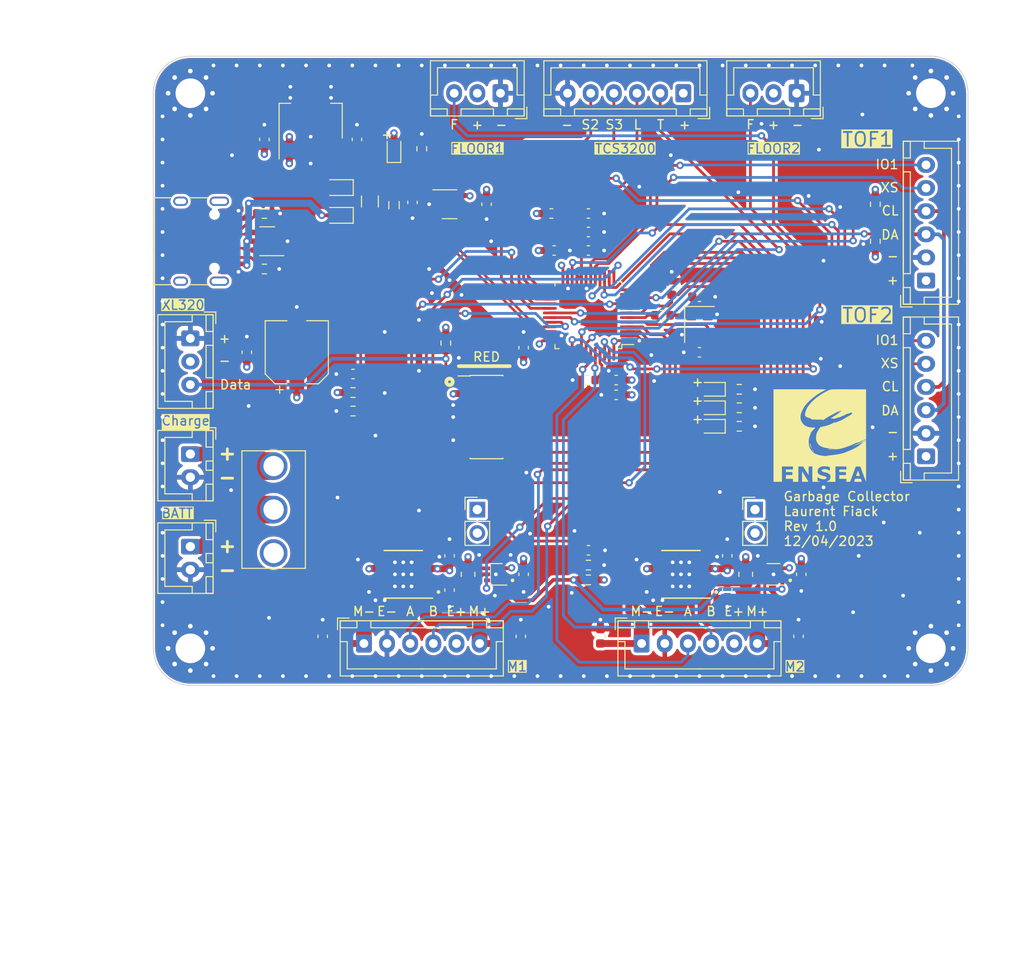
<source format=kicad_pcb>
(kicad_pcb (version 20221018) (generator pcbnew)
  (layers (0 "F.Cu" signal) (1 "In1.Cu" signal) (2 "In2.Cu" signal) (31 "B.Cu" signal) (34 "B.Paste" user) (35 "F.Paste" user) (36 "B.SilkS" user "B.Silkscreen") (37 "F.SilkS" user "F.Silkscreen") (38 "B.Mask" user) (39 "F.Mask" user) (44 "Edge.Cuts" user))
  (net 0 "")
  (net 1 "GND")
  (net 2 "+3.3V")
  (net 3 "/Power Supply/BAT_SENSE")
  (net 4 "/STM32/XTAL1")
  (net 5 "+3.3VA")
  (net 6 "/STM32/NRST")
  (net 7 "+5V")
  (net 8 "/Actuators/M1_OUT2")
  (net 9 "/Actuators/M2_OUT2")
  (net 10 "/STM32/OSC_IN")
  (net 11 "/Actuators/M1_OUT1")
  (net 12 "+BATT")
  (net 13 "Net-(D203-K)")
  (net 14 "/Actuators/M2_OUT1")
  (net 15 "Net-(D301-K)")
  (net 16 "/Actuators/NCS_REF")
  (net 17 "VBUS")
  (net 18 "Net-(D302-K)")
  (net 19 "Net-(D303-K)")
  (net 20 "Net-(J203-CC1)")
  (net 21 "/STM32/STATUS_LED_R")
  (net 23 "Net-(J203-CC2)")
  (net 24 "/STM32/STATUS_LED_G")
  (net 26 "/STM32/STATUS_LED_B")
  (net 27 "/Power Supply/Switch")
  (net 28 "/Power Supply/Recharge")
  (net 30 "/Power Supply/D+")
  (net 31 "/Power Supply/D-")
  (net 36 "/STM32/SWDIO")
  (net 37 "/STM32/SWCLK")
  (net 38 "/STM32/SWO")
  (net 39 "/STM32/STLINK_RX")
  (net 40 "/STM32/STLINK_TX")
  (net 41 "/Actuators/XL320_UART")
  (net 42 "/Actuators/M1_ENC_A")
  (net 43 "/Actuators/M1_ENC_B")
  (net 44 "/Actuators/M2_ENC_A")
  (net 45 "/Actuators/M2_ENC_B")
  (net 46 "/STM32/TOF_I2C_SDA")
  (net 47 "/STM32/TOF_I2C_SCL")
  (net 48 "/STM32/TOF1_XSHUT")
  (net 49 "/STM32/TOF1_GPIO1")
  (net 50 "/STM32/OSC_OUT")
  (net 52 "/STM32/TOF2_XSHUT")
  (net 53 "/STM32/TOF2_GPIO1")
  (net 54 "/STM32/FLOOR_1")
  (net 55 "/STM32/FLOOR_2")
  (net 56 "/STM32/TCS3200_TIM")
  (net 57 "/STM32/TCS3200_LED")
  (net 58 "/STM32/TCS3200_S3")
  (net 59 "/STM32/TCS3200_S2")
  (net 60 "/STM32/BOOT0")
  (net 61 "/Power Supply/USB_DP")
  (net 62 "/Power Supply/USB_DN")
  (net 63 "/Actuators/M1_ADC_ISENSE")
  (net 64 "/Actuators/M1_TIM_REV")
  (net 65 "/Actuators/M1_TIM_FWD")
  (net 66 "/Actuators/M2_TIM_FWD")
  (net 67 "/Actuators/M2_ADC_ISENSE")
  (net 68 "/Actuators/M2_TIM_REV")
  (net 69 "/Power Supply/BU33_IN")
  (net 70 "/Power Supply/KATHODES")
  (net 71 "/Power Supply/FUSE")
  (net 72 "/Actuators/M1_VM")
  (net 73 "/Actuators/M2_VM")
  (net 74 "/Actuators/M1_VDD")
  (net 75 "/Actuators/M2_VDD")
  (footprint "Package_QFP:LQFP-48_7x7mm_P0.5mm" (layer "F.Cu") (at 73 54 180)
    (fp_text reference "U301" hide)
    (fp_text value "STM32G491CET6")
  )
  (footprint "Capacitor_SMD:C_0603_1608Metric" (layer "F.Cu") (at 38 35 90)
    (property "Reference" "C6")
    (property "Value" "10uF")
    (fp_text reference "C201" hide)
    (fp_text value "10uF")
  )
  (footprint "Resistor_SMD:R_0603_1608Metric" (layer "F.Cu") (at 104 46 90)
    (fp_text reference "R501" hide)
    (fp_text value "2.2k")
  )
  (footprint "Capacitor_SMD:C_0603_1608Metric" (layer "F.Cu") (at 88 80 90)
    (fp_text reference "C402" hide)
    (fp_text value "1uF")
  )
  (footprint "Capacitor_SMD:C_0603_1608Metric" (layer "F.Cu") (at 73 43)
    (fp_text reference "C310" hide)
    (fp_text value "1uF")
  )
  (footprint "Connector_PinHeader_2.54mm:PinHeader_1x02_P2.54mm_Vertical" (layer "F.Cu") (at 61 75)
    (fp_text reference "JP401" hide)
    (fp_text value "Jumper_2_Open")
  )
  (footprint "Capacitor_SMD:C_0603_1608Metric" (layer "F.Cu") (at 73 79.4)
    (fp_text reference "C411" hide)
    (fp_text value "100nF")
  )
  (footprint "Crystal:Crystal_SMD_EuroQuartz_MT-4Pin_3.2x2.5mm" (layer "F.Cu") (at 85 55 -90)
    (fp_text reference "Y301" hide)
    (fp_text value "16MHz")
  )
  (footprint "Package_TO_SOT_SMD:SOT-363_SC-70-6" (layer "F.Cu") (at 93 82 180)
    (fp_text reference "U404" hide)
    (fp_text value "NCS199A3RSQT2G")
  )
  (footprint "Connector_JST:JST_XH_B6B-XH-A_1x06_P2.50mm_Vertical" (layer "F.Cu") (at 109.475 50.25 90)
    (fp_text reference "J502" hide)
    (fp_text value "TOF2")
  )
  (footprint "Resistor_SMD:R_0603_1608Metric" (layer "F.Cu") (at 89.3 62)
    (fp_text reference "R305" hide)
    (fp_text value "1k")
  )
  (footprint "WITNS:RS_Switch_448-0747" (layer "F.Cu") (at 39 75 90)
    (fp_text reference "SW201" hide)
    (fp_text value "ON/OFF")
  )
  (footprint "Connector_PinHeader_1.27mm:PinHeader_2x07_P1.27mm_Vertical_SMD" (layer "F.Cu") (at 62 65)
    (property "Reference" "J7")
    (property "Value" "Conn_02x07_Odd_Even")
    (fp_text reference "J301" hide)
    (fp_text value "SWD")
  )
  (footprint "Capacitor_SMD:C_0603_1608Metric" (layer "F.Cu") (at 36.1 58 90)
    (fp_text reference "C412" hide)
    (fp_text value "100nF")
  )
  (footprint "Connector_JST:JST_XH_B6B-XH-A_1x06_P2.50mm_Vertical" (layer "F.Cu") (at 109.475 69.25 90)
    (fp_text reference "J501" hide)
    (fp_text value "TOF1")
  )
  (footprint "Capacitor_SMD:C_0603_1608Metric" (layer "F.Cu") (at 73 45)
    (fp_text reference "C303" hide)
    (fp_text value "100nF")
  )
  (footprint "Connector_USB:USB_C_Receptacle_HRO_TYPE-C-31-M-12" (layer "F.Cu") (at 30 46 -90)
    (fp_text reference "J203" hide)
    (fp_text value "USB_C_Receptacle_USB2.0")
  )
  (footprint "MountingHole:MountingHole_3.2mm_M3_Pad_Via" (layer "F.Cu") (at 110 90)
    (fp_text reference "H104" hide)
    (fp_text value "MountingHole_3.2mm_M3_Pad_Via" hide)
  )
  (footprint "Diode_SMD:D_SOD-323" (layer "F.Cu") (at 46.1 43.2 180)
    (fp_text reference "D202" hide)
    (fp_text value "BAT60JFILM")
  )
  (footprint "Connector_JST:JST_XH_B3B-XH-A_1x03_P2.50mm_Vertical" (layer "F.Cu") (at 63.5 30 180)
    (fp_text reference "J504" hide)
    (fp_text value "FLOOR2")
  )
  (footprint "Connector_JST:JST_XH_B2B-XH-A_1x02_P2.50mm_Vertical" (layer "F.Cu") (at 30 69 -90)
    (fp_text reference "J202" hide)
    (fp_text value "Recharge")
  )
  (footprint "Package_TO_SOT_SMD:SOT-23-5" (layer "F.Cu") (at 58 42)
    (fp_text reference "U202" hide)
    (fp_text value "BU33SD5WG-TR")
  )
  (footprint "Capacitor_SMD:C_0603_1608Metric" (layer "F.Cu") (at 54 41.8 -90)
    (fp_text reference "C203" hide)
    (fp_text value "1uF")
  )
  (footprint "Capacitor_SMD:C_0603_1608Metric" (layer "F.Cu") (at 47.575 60.35 180)
    (fp_text reference "C205" hide)
    (fp_text value "100nF")
  )
  (footprint "Resistor_SMD:R_0603_1608Metric" (layer "F.Cu") (at 81 54 180)
    (fp_text reference "R301" hide)
    (fp_text value "10R")
  )
  (footprint "Capacitor_SMD:C_0603_1608Metric" (layer "F.Cu") (at 65.7 88.7 90)
    (fp_text reference "C409" hide)
    (fp_text value "100nF")
  )
  (footprint "Capacitor_SMD:C_0603_1608Metric" (layer "F.Cu") (at 44.3 88.7 90)
    (fp_text reference "C407" hide)
    (fp_text value "100nF")
  )
  (footprint "Resistor_SMD:R_0603_1608Metric" (layer "F.Cu") (at 38 43)
    (fp_text reference "R205" hide)
    (fp_text value "5.1k")
  )
  (footprint "Connector_PinHeader_2.54mm:PinHeader_1x02_P2.54mm_Vertical" (layer "F.Cu") (at 91 75)
    (fp_text reference "JP402" hide)
    (fp_text value "Jumper_2_Open")
  )
  (footprint "Resistor_SMD:R_0603_1608Metric" (layer "F.Cu") (at 73 81)
    (fp_text reference "R404" hide)
    (fp_text value "100k")
  )
  (footprint "Resistor_SMD:R_0603_1608Metric" (layer "F.Cu") (at 55 36 90)
    (fp_text reference "R201" hide)
    (fp_text value "1k")
  )
  (footprint "Resistor_SMD:R_0603_1608Metric" (layer "F.Cu") (at 47.575 62.35)
    (fp_text reference "R202" hide)
    (fp_text value "220k")
  )
  (footprint "Inductor_SMD:L_0805_2012Metric" (layer "F.Cu") (at 52 42.1 90)
    (property "Reference" "FB1")
    (property "Value" "600 @ 100MHz")
    (fp_text reference "FB201" hide)
    (fp_text value "600 @ 100MHz")
  )
  (footprint "Inductor_SMD:L_0603_1608Metric" (layer "F.Cu") (at 69 43)
    (fp_text reference "L301" hide)
    (fp_text value "39nH")
  )
  (footprint "Resistor_SMD:R_0603_1608Metric" (layer "F.Cu") (at 104 42 -90)
    (fp_text reference "R502" hide)
    (fp_text value "2.2k")
  )
  (footprint "LED_SMD:LED_0603_1608Metric" (layer "F.Cu") (at 86.3 66 180)
    (fp_text reference "D301" hide)
    (fp_text value "RED")
  )
  (footprint "Capacitor_SMD:C_0603_1608Metric" (layer "F.Cu") (at 85 52 180)
    (fp_text reference "C302" hide)
    (fp_text value "10pF")
  )
  (footprint "Capacitor_SMD:C_0603_1608Metric" (layer "F.Cu") (at 69.3 47)
    (fp_text reference "C308" hide)
    (fp_text value "100nF")
  )
  (footprint "Capacitor_SMD:C_0603_1608Metric" (layer "F.Cu") (at 76 61 180)
    (fp_text reference "C306" hide)
    (fp_text value "100nF")
  )
  (footprint "MountingHole:MountingHole_3.2mm_M3_Pad_Via" (layer "F.Cu") (at 110 30)
    (fp_text reference "H103" hide)
    (fp_text value "MountingHole_3.2mm_M3_Pad_Via" hide)
  )
  (footprint "Capacitor_SMD:C_0603_1608Metric" (layer "F.Cu") (at 73 47)
    (fp_text reference "C309" hide)
    (fp_text value "10nF")
  )
  (footprint "Capacitor_SMD:C_0603_1608Metric" (layer "F.Cu") (at 82 51 90)
    (fp_text reference "C307" hide)
    (fp_text value "100nF")
  )
  (footprint "Package_SO:Diodes_SO-8EP" (layer "F.Cu") (at 83 82 180)
    (fp_text reference "U402" hide)
    (fp_text value "ZXBM5210-SP")
  )
  (footprint "Resistor_SMD:R_0603_1608Metric" (layer "F.Cu") (at 72.9 61)
    (fp_text reference "R302" hide)
    (fp_text value "100k")
  )
  (footprint "Connector_JST:JST_XH_B3B-XH-A_1x03_P2.50mm_Vertical" (layer "F.Cu") (at 30 56.5 -90)
    (fp_text reference "J401" hide)
    (fp_text value "XL320")
  )
  (footprint "Diode_SMD:D_SOD-323" (layer "F.Cu") (at 46.1 40.2 180)
    (fp_text reference "D201" hide)
    (fp_text value "BAT60JFILM")
  )
  (footprint "Capacitor_SMD:C_0603_1608Metric" (layer "F.Cu") (at 76 62.6 180)
    (fp_text reference "C304" hide)
    (fp_text value "4.7uF")
  )
  (footprint "Capacitor_SMD:C_0603_1608Metric" (layer "F.Cu") (at 48 35 90)
    (property "Reference" "C7")
    (property "Value" "22uF")
    (fp_text reference "C202" hide)
    (fp_text value "22uF")
  )
  (footprint "Resistor_SMD:R_0603_1608Metric" (layer "F.Cu") (at 89.3 66)
    (fp_text reference "R303" hide)
    (fp_text value "1k")
  )
  (footprint "Resistor_SMD:R_0805_2012Metric" (layer "F.Cu") (at 90 82 -90)
    (fp_text reference "R402" hide)
    (fp_text value "0.015R")
  )
  (footprint "Capacitor_SMD:C_0603_1608Metric" (layer "F.Cu") (at 74.3 88.7 90)
    (fp_text reference "C408" hide)
    (fp_text value "100nF")
  )
  (footprint "Package_TO_SOT_SMD:SOT-363_SC-70-6" (layer "F.Cu") (at 63 82 180)
    (fp_text reference "U403" hide)
    (fp_text value "NCS199A3RSQT2G")
  )
  (footprint "Capacitor_SMD:C_0603_1608Metric" (layer "F.Cu") (at 95.7 88.7 90)
    (fp_text reference "C410" hide)
    (fp_text value "100nF")
  )
  (footprint "Capacitor_SMD:CP_Elec_6.3x7.7" (layer "F.Cu") (at 41.5 58 90)
    (fp_text reference "C413" hide)
    (fp_text value "100uF/25V")
  )
  (footprint "Capacitor_SMD:C_0603_1608Metric" (layer "F.Cu") (at 66 82 -90)
    (fp_text reference "C405" hide)
    (fp_text value "100nF")
  )
  (footprint "logo_ensea:logo_ensea_10mm" (layer "F.Cu") (at 98 67)
    (fp_text reference "G***" hide)
    (fp_text value "LOGO" hide)
  )
  (footprint "Capacitor_SMD:C_0603_1608Metric" (layer "F.Cu") (at 85 58)
    (fp_text reference "C301" hide)
    (fp_text value "10pF")
  )
  (footprint "MountingHole:MountingHole_3.2mm_M3_Pad_Via" (layer "F.Cu") (at 30 30)
    (fp_text reference "H102" hide)
    (fp_text value "MountingHole_3.2mm_M3_Pad_Via" hide)
  )
  (footprint "Capacitor_SMD:C_0603_1608Metric" (layer "F.Cu") (at 66 57.5 90)
    (fp_text reference "C305" hide)
    (fp_text value "100nF")
  )
  (footprint "MountingHole:MountingHole_3.2mm_M3_Pad_Via" (layer "F.Cu") (at 30 90)
    (fp_text reference "H101" hide)
    (fp_text value "MountingHole_3.2mm_M3_Pad_Via" hide)
  )
  (footprint "Capacitor_SMD:C_0603_1608Metric" (layer "F.Cu") (at 58 83.7 -90)
    (property "Reference" "C6")
    (property "Value" "10uF")
    (fp_text reference "C403" hide)
    (fp_text value "10uF")
  )
  (footprint "Resistor_SMD:R_0603_1608Metric" (layer "F.Cu") (at 89.3 64)
    (fp_text reference "R304" hide)
    (fp_text value "1k")
  )
  (footprint "Package_SO:Diodes_SO-8EP" (layer "F.Cu") (at 53 82 180)
    (fp_text reference "U401" hide)
    (fp_text value "ZXBM5210-SP")
  )
  (footprint "Resistor_SMD:R_0603_1608Metric" (layer "F.Cu") (at 47.575 64.35 180)
    (fp_text reference "R203" hide)
    (fp_text value "100k")
  )
  (footprint "Resistor_SMD:R_0603_1608Metric" (layer "F.Cu") (at 73 82.6 180)
    (fp_text reference "R403" hide)
    (fp_text value "100k")
  )
  (footprint "Capacitor_SMD:C_0603_1608Metric" (layer "F.Cu") (at 58 80 90)
    (fp_text reference "C401" hide)
    (fp_text value "1uF")
  )
  (footprint "Fuse:Fuse_1206_3216Metric_Pad1.42x1.75mm_HandSolder" (layer "F.Cu") (at 49.4 41.7 -90)
    (fp_text reference "F201" hide)
    (fp_text value "250mA")
  )
  (footprint "Capacitor_SMD:C_0603_1608Metric" (layer "F.Cu") (at 96 82 -90)
    (fp_text reference "C406" hide)
    (fp_text value "100nF")
  )
  (footprint "Resistor_SMD:R_0603_1608Metric" (layer "F.Cu") (at 57.6 57 -90)
    (fp_text reference "R405" hide)
    (fp_text value "10k")
  )
  (footprint "Resistor_SMD:R_0805_2012Metric" (layer "F.Cu") (at 60 82 -90)
    (fp_text reference "R401" hide)
    (fp_text value "0.015R")
  )
  (footprint "Package_TO_SOT_SMD:SOT-223-3_TabPin2" (layer "F.Cu") (at 43 33 90)
    (property "Reference" "U6")
    (property "Value" "AZ1117CH2-5.0TRG1")
    (fp_text reference "U201" hide)
    (fp_text value "AZ1117CH2-5.0TRG1")
  )
  (footprint "LED_SMD:LED_0603_1608Metric" (layer "F.Cu") (at 86.3 62 180)
    (fp_text reference "D303" hide)
    (fp_text value "BLUE")
  )
  (footprint "Package_TO_SOT_SMD:SOT-23-6" (layer "F.Cu") (at 38.3 46 180)
    (fp_text reference "U203" hide)
    (fp_text value "USBLC6-2SC6")
  )
  (footprint "Resistor_SMD:R_0603_1608Metric" (layer "F.Cu") (at 38 49 180)
    (fp_text reference "R204" hide)
    (fp_text value "5.1k")
  )
  (footprint "Connector_JST:JST_XH_B6B-XH-A_1x06_P2.50mm_Vertical" (layer "F.Cu") (at 83.25 30 180)
    (fp_text reference "J505" hide)
    (fp_text value "TCS3200")
  )
  (footprint "Connector_JST:JST_XH_B2B-XH-A_1x02_P2.50mm_Vertical" (layer "F.Cu") (at 30 79 -90)
    (fp_text reference "J201" hide)
    (fp_text value "Battery")
  )
  (footprint "Connector_JST:JST_XH_B6B-XH-A_1x06_P2.50mm_Vertical" (layer "F.Cu") (at 78.75 89.475)
    (fp_text reference "J403" hide)
    (fp_text value "MOTOR2")
  )
  (footprint "LED_SMD:LED_0603_1608Metric" (layer "F.Cu") (at 86.3 64 180)
    (fp_text reference "D302" hide)
    (fp_text value "GREEN")
  )
  (footprint "Capacitor_SMD:C_0603_1608Metric" (layer "F.Cu") (at 62 42 -90)
    (fp_text reference "C204" hide)
    (fp_text value "1uF")
  )
  (footprint "LED_SMD:LED_0603_1608Metric" (layer "F.Cu") (at 52 36 90)
    (fp_text reference "D203" hide)
    (fp_text value "RED")
  )
  (footprint "Connector_JST:JST_XH_B6B-XH-A_1x06_P2.50mm_Vertical" (layer "F.Cu") (at 48.75 89.475)
    (fp_text reference "J402" hide)
    (fp_text value "MOTOR1")
  )
  (footprint "Capacitor_SMD:C_0603_1608Metric" (layer "F.Cu") (at 88 83.7 -90)
    (property "Reference" "C6")
    (property "Value" "10uF")
    (fp_text reference "C404" hide)
    (fp_text value "10uF")
  )
  (footprint "Connector_JST:JST_XH_B3B-XH-A_1x03_P2.50mm_Vertical" (layer "F.Cu") (at 95.5 30 180)
    (fp_text reference "J503" hide)
    (fp_text value "FLOOR1")
  )
  (gr_line (start 59 59.5) (end 64.5 59.5) (stroke (width 0.4)) (layer "F.SilkS"))
  (gr_circle (center 86.8 83.905) (end 86.9 83.905) (stroke (width 0.2)) (fill none) (layer "F.SilkS"))
  (gr_circle (center 64.8 82.65) (end 64.9 82.65) (stroke (width 0.2)) (fill none) (layer "F.SilkS"))
  (gr_circle (center 58 61.19) (end 58.15 61.19) (stroke (width 0.4)) (fill none) (layer "F.SilkS"))
  (gr_circle (center 94.8 82.65) (end 94.9 82.65) (stroke (width 0.2)) (fill none) (layer "F.SilkS"))
  (gr_circle (center 78.5 56.75) (end 78.6 56.75) (stroke (width 0.2)) (fill none) (layer "F.SilkS"))
  (gr_circle (center 56.8 83.905) (end 56.9 83.905) (stroke (width 0.2)) (fill none) (layer "F.SilkS"))
  (gr_line (start 26 90) (end 26 30) (stroke (width 0.1)) (layer "Edge.Cuts"))
  (gr_arc (start 114 90) (mid 112.828427 92.828427) (end 110 94) (stroke (width 0.1)) (layer "Edge.Cuts"))
  (gr_line (start 114 30) (end 114 90) (stroke (width 0.1)) (layer "Edge.Cuts"))
  (gr_arc (start 26 30) (mid 27.171573 27.171573) (end 30 26) (stroke (width 0.1)) (layer "Edge.Cuts"))
  (gr_line (start 110 94) (end 30 94) (stroke (width 0.1)) (layer "Edge.Cuts"))
  (gr_arc (start 110 26) (mid 112.828427 27.171573) (end 114 30) (stroke (width 0.1)) (layer "Edge.Cuts"))
  (gr_arc (start 30 94) (mid 27.171573 92.828427) (end 26 90) (stroke (width 0.1)) (layer "Edge.Cuts"))
  (gr_line (start 30 26) (end 110 26) (stroke (width 0.1)) (layer "Edge.Cuts"))
  (gr_text "-" (at 34 71.5) (layer "F.SilkS") (effects (font (size 1.5 1.5) (thickness 0.3))))
  (gr_text "XS" (at 106.6 40.2) (layer "F.SilkS") (effects (font (size 1 1)) (justify right)))
  (gr_text "M-" (at 48.75 86) (layer "F.SilkS") (effects (font (size 1 1))))
  (gr_text "Charge" (at 26.8 65.4) (layer "F.SilkS" knockout) (effects (font (size 1 1)) (justify left)))
  (gr_text "-" (at 95.6 33.4) (layer "F.SilkS") (effects (font (size 1 1))))
  (gr_text "S2" (at 73.2 33.4) (layer "F.SilkS") (effects (font (size 1 1))))
  (gr_text "S3" (at 75.8 33.4) (layer "F.SilkS") (effects (font (size 1 1))))
  (gr_text "+" (at 33.7 56.5) (layer "F.SilkS") (effects (font (size 1 1))))
  (gr_text "E-" (at 81.25 86) (layer "F.SilkS") (effects (font (size 1 1))))
  (gr_text "-" (at 63.6 33.4) (layer "F.SilkS") (effects (font (size 1 1))))
  (gr_text "F" (at 90.5 33.4) (layer "F.SilkS") (effects (font (size 1 1))))
  (gr_text "-" (at 106.6 66.6) (layer "F.SilkS") (effects (font (size 1 1)) (justify right)))
  (gr_text "+" (at 106.6 69.2) (layer "F.SilkS") (effects (font (size 1 1)) (justify right)))
  (gr_text "L" (at 78.3 33.4) (layer "F.SilkS") (effects (font (size 1 1))))
  (gr_text "+" (at 83.4 33.4) (layer "F.SilkS") (effects (font (size 1 1))))
  (gr_text "F" (at 58.5 33.4) (layer "F.SilkS") (effects (font (size 1 1))))
  (gr_text "+" (at 61 33.4) (layer "F.SilkS") (effects (font (size 1 1))))
  (gr_text "M+" (at 61.25 86) (layer "F.SilkS") (effects (font (size 1 1))))
  (gr_text "+" (at 51.25 34.45) (layer "F.SilkS") (effects (font (size 1 1))))
  (gr_text "TCS3200" (at 77 36) (layer "F.SilkS" knockout) (effects (font (size 1 1))))
  (gr_text "B" (at 86.25 86) (layer "F.SilkS") (effects (font (size 1 1))))
  (gr_text "M1" (at 65.3 91.99) (layer "F.SilkS" knockout) (effects (font (size 1 1))))
  (gr_text "A" (at 83.75 86) (layer "F.SilkS") (effects (font (size 1 1))))
  (gr_text "FLOOR2" (at 93 36) (layer "F.SilkS" knockout) (effects (font (size 1 1))))
  (gr_text "-" (at 70.7 33.4) (layer "F.SilkS") (effects (font (size 1 1))))
  (gr_text "TOF2" (at 106 54) (layer "F.SilkS" knockout) (effects (font (size 1.5 1.5) (thickness 0.2)) (justify right)))
  (gr_text "B" (at 56.25 86) (layer "F.SilkS") (effects (font (size 1 1))))
  (gr_text "CL" (at 106.6 61.7) (layer "F.SilkS") (effects (font (size 1 1)) (justify right)))
  (gr_text "+" (at 34 78.9) (layer "F.SilkS") (effects (font (size 1.5 1.5) (thickness 0.3))))
  (gr_text "-" (at 34 81.5) (layer "F.SilkS") (effects (font (size 1.5 1.5) (thickness 0.3))))
  (gr_text "+" (at 84.8 61.2) (layer "F.SilkS") (effects (font (size 1 1))))
  (gr_text "E+" (at 88.75 86) (layer "F.SilkS") (effects (font (size 1 1))))
  (gr_text "Data" (at 33.1 61.5) (layer "F.SilkS") (effects (font (size 1 1)) (justify left)))
  (gr_text "+" (at 84.8 65.2) (layer "F.SilkS") (effects (font (size 1 1))))
  (gr_text "E-" (at 51.25 86) (layer "F.SilkS") (effects (font (size 1 1))))
  (gr_text "-" (at 106.6 47.6) (layer "F.SilkS") (effects (font (size 1 1)) (justify right)))
  (gr_text "T" (at 80.8 33.4) (layer "F.SilkS") (effects (font (size 1 1))))
  (gr_text "A" (at 53.75 86) (layer "F.SilkS") (effects (font (size 1 1))))
  (gr_text "+" (at 84.8 63.2) (layer "F.SilkS") (effects (font (size 1 1))))
  (gr_text "Garbage Collector\nLaurent Fiack\nRev 1.0\n12/04/2023" (at 94 79) (layer "F.SilkS") (effects (font (size 1 1)) (justify left bottom)))
  (gr_text "E+" (at 58.75 86) (layer "F.SilkS") (effects (font (size 1 1))))
  (gr_text "DA" (at 106.6 45.3) (layer "F.SilkS") (effects (font (size 1 1)) (justify right)))
  (gr_text "XL320" (at 26.8 52.9) (layer "F.SilkS" knockout) (effects (font (size 1 1)) (justify left)))
  (gr_text "CL" (at 106.6 42.7) (layer "F.SilkS") (effects (font (size 1 1)) (justify right)))
  (gr_text "BATT" (at 26.8 75.4) (layer "F.SilkS" knockout) (effects (font (size 1 1)) (justify left)))
  (gr_text "IO1" (at 106.6 37.7) (layer "F.SilkS") (effects (font (size 1 1)) (justify right)))
  (gr_text "TOF1" (at 106 35) (layer "F.SilkS" knockout) (effects (font (size 1.5 1.5) (thickness 0.2)) (justify right)))
  (gr_text "M2" (at 95.29 91.99) (layer "F.SilkS" knockout) (effects (font (size 1 1))))
  (gr_text "IO1" (at 106.6 56.7) (layer "F.SilkS") (effects (font (size 1 1)) (justify right)))
  (gr_text "FLOOR1" (at 61 36) (layer "F.SilkS" knockout) (effects (font (size 1 1))))
  (gr_text "M+" (at 91.25 86) (layer "F.SilkS") (effects (font (size 1 1))))
  (gr_text "+" (at 34 68.9) (layer "F.SilkS") (effects (font (size 1.5 1.5) (thickness 0.3))))
  (gr_text "+" (at 93 33.4) (layer "F.SilkS") (effects (font (size 1 1))))
  (gr_text "-" (at 33.7 58.9) (layer "F.SilkS") (effects (font (size 1 1))))
  (gr_text "RED" (at 62 58.5) (layer "F.SilkS") (effects (font (size 1 1))))
  (gr_text "M-" (at 78.75 86) (layer "F.SilkS") (effects (font (size 1 1))))
  (gr_text "XS" (at 106.6 59.2) (layer "F.SilkS") (effects (font (size 1 1)) (justify right)))
  (gr_text "DA" (at 106.6 64.3) (layer "F.SilkS") (effects (font (size 1 1)) (justify right)))
  (gr_text "+" (at 106.6 50.2) (layer "F.SilkS") (effects (font (size 1 1)) (justify right)))
  (segment (start 74.4 62.6) (end 75.225 62.6) (width 0.75) (layer "F.Cu") (net 1))
  (segment (start 43 37.6) (end 43 36.15) (width 0.75) (layer "F.Cu") (net 1))
  (segment (start 38 33.4) (end 38 34.225) (width 0.75) (layer "F.Cu") (net 1))
  (segment (start 66 55.8) (end 66 56.625) (width 0.75) (layer "F.Cu") (net 1))
  (segment (start 54 42.575) (end 54 43.5) (width 0.75) (layer "F.Cu") (net 1))
  (segment (start 72.75 51.05) (end 72.8 51.1) (width 0.3) (layer "F.Cu") (net 1))
  (segment (start 79.3 83.9) (end 80.4975 83.9) (width 0.75) (layer "F.Cu") (net 1))
  (segment (start 50 84.4075) (end 50.5025 83.905) (width 0.75) (layer "F.Cu") (net 1))
  (segment (start 70.75 51.05) (end 70.8 51.1) (width 0.3) (layer "F.Cu") (net 1))
  (segment (start 91 66) (end 90.125 66) (width 0.75) (layer "F.Cu") (net 1))
  (segment (start 74.7 45) (end 73.775 45) (width 0.75) (layer "F.Cu") (net 1))
  (segment (start 88 84.475) (end 88 85.5) (width 0.75) (layer "F.Cu") (net 1))
  (segment (start 65.7 87.925) (end 65.7 86.9) (width 0.75) (layer "F.Cu") (net 1))
  (segment (start 80 84.8) (end 80 84.4075) (width 0.75) (layer "F.Cu") (net 1))
  (segment (start 74.7 43) (end 73.775 43) (width 0.75) (layer "F.Cu") (net 1))
  (segment (start 80 84.4075) (end 80.5025 83.905) (width 0.75) (layer "F.Cu") (net 1))
  (segment (start 70.05 56.25) (end 70.1 56.2) (width 0.3) (layer "F.Cu") (net 1))
  (segment (start 95.7 86.9) (end 95.7 87.925) (width 0.75) (layer "F.Cu") (net 1))
  (segment (start 50.4975 83.9) (end 50.5025 83.905) (width 0.75) (layer "F.Cu") (net 1))
  (segment (start 74.3 86.9) (end 74.3 87.925) (width 0.75) (layer "F.Cu") (net 1))
  (segment (start 35.15 49.25) (end 35.2 49.3) (width 0.5) (layer "F.Cu") (net 1))
  (segment (start 71.3 61) (end 72.075 61) (width 0.75) (layer "F.Cu") (net 1))
  (segment (start 70.75 49.8375) (end 70.75 51.05) (width 0.3) (layer "F.Cu") (net 1))
  (segment (start 42 30.5) (end 40.8 30.5) (width 0.75) (layer "F.Cu") (net 1))
  (segment (start 74.7 47) (end 73.775 47) (width 0.75) (layer "F.Cu") (net 1))
  (segment (start 93.95 82) (end 93 82) (width 0.3) (layer "F.Cu") (net 1))
  (segment (start 83.1 56.1) (end 84.1 56.1) (width 0.75) (layer "F.Cu") (net 1))
  (segment (start 34.045 42.75) (end 35.15 42.75) (width 0.5) (layer "F.Cu") (net 1))
  (segment (start 82 49.3) (end 82 50.225) (width 0.75) (layer "F.Cu") (net 1))
  (segment (start 49.3 83.9) (end 49.3 84.1) (width 0.75) (layer "F.Cu") (net 1))
  (segment (start 66 82.775) (end 66 83.9) (width 0.75) (layer "F.Cu") (net 1))
  (segment (start 91 62) (end 90.125 62) (width 0.75) (layer "F.Cu") (net 1))
  (segment (start 83.3 58) (end 84.225 58) (width 0.75) (layer "F.Cu") (net 1))
  (segment (start 44.3 86.9) (end 44.3 87.925) (width 0.75) (layer "F.Cu") (net 1))
  (segment (start 75.2 60.975) (end 75.225 61) (width 0.75) (layer "F.Cu") (net 1))
  (segment (start 42.5 30) (end 42 30.5) (width 0.75) (layer "F.Cu") (net 1))
  (segment (start 38.825 43) (end 39.7 43) (width 0.75) (layer "F.Cu") (net 1))
  (segment (start 58.43 63.73) (end 58.4 63.7) (width 0.5) (layer "F.Cu") (net 1))
  (segment (start 74.7 81) (end 73.825 81) (width 0.75) (layer "F.Cu") (net 1))
  (segment (start 62 43.6) (end 62 42.775) (width 0.75) (layer "F.Cu") (net 1))
  (segment (start 81 84.8) (end 80 84.8) (width 0.75) (layer "F.Cu") (net 1))
  (segment (start 79.3 83.9) (end 79.3 84.1) (width 0.75) (layer "F.Cu") (net 1))
  (segment (start 55.8 42) (end 56.8625 42) (width 0.5) (layer "F.Cu") (net 1))
  (segment (start 49.3 83.9) (end 50.4975 83.9) (width 0.75) (layer "F.Cu") (net 1))
  (segment (start 79.3 84.1) (end 80 84.8) (width 0.75) (layer "F.Cu") (net 1))
  (segment (start 34.045 49.25) (end 35.15 49.25) (width 0.5) (layer "F.Cu") (net 1))
  (segment (start 80.5025 84.3025) (end 81 84.8) (width 0.75) (layer "F.Cu") (net 1))
  (segment (start 80.5025 83.905) (end 80.5025 84.3025) (width 0.75) (layer "F.Cu") (net 1))
  (segment (start 45.2 30.5) (end 45.2 29.3) (width 0.75) (layer "F.Cu") (net 1))
  (segment (start 43 30.5) (end 42.5 30) (width 0.75) (layer "F.Cu") (net 1))
  (segment (start 40.8 29.3) (end 45.2 29.3) (width 0.75) (layer "F.Cu") (net 1))
  (segment (start 80.4975 83.9) (end 80.5025 83.905) (width 0.75) (layer "F.Cu") (net 1))
  (segment (start 96 82.775) (end 96 83.8) (width 0.75) (layer "F.Cu") (net 1))
  (segment (start 51 84.8) (end 50 84.8) (width 0.75) (layer "F.Cu") (net 1))
  (segment (start 49.3 84.1) (end 50 84.8) (width 0.75) (layer "F.Cu") (net 1))
  (segment (start 58 84.475) (end 58 85.5) (width 0.75) (layer "F.Cu") (net 1))
  (segment (start 72.75 49.8375) (end 72.75 51.05) (width 0.3) (layer "F.Cu") (net 1))
  (segment (start 50 84.8) (end 50 84.4075) (width 0.75) (layer "F.Cu") (net 1))
  (segment (start 36.1 56.3) (end 36.1 57.225) (width 0.75) (layer "F.Cu") (net 1))
  (segment (start 43 34.7) (end 43 36.15) (width 0.75) (layer "F.Cu") (net 1))
  (segment (start 50.5025 83.905) (end 50.5025 84.3025) (width 0.75) (layer "F.Cu") (net 1))
  (segment (start 48 33.4) (end 48 34.225) (width 0.75) (layer "F.Cu") (net 1))
  (segment (start 63.95 82) (end 63 82) (width 0.3) (layer "F.Cu") (net 1))
  (segment (start 71 47) (end 70.075 47) (width 0.75) (layer "F.Cu") (net 1))
  (segment (start 75.2 60) (end 75.2 60.975) (width 0.75) (layer "F.Cu") (net 1))
  (segment (start 41.5 53.1) (end 41.5 55.3) (width 0.75) (layer "F.Cu") (net 1))
  (segment (start 45.2 30.5) (end 43 30.5) (width 0.75) (layer "F.Cu") (net 1))
  (segment (start 68.8375 56.25) (end 70.05 56.25) (width 0.3) (layer "F.Cu") (net 1))
  (segment (start 58 79.225) (end 58 78.2) (width 0.75) (layer "F.Cu") (net 1))
  (segment (start 74.8 79.4) (end 73.775 79.4) (width 0.75) (layer "F.Cu") (net 1))
  (segment (start 39.4375 46) (end 40.5 46) (width 0.5) (layer "F.Cu") (net 1))
  (segment (start 45.775 64.35) (end 46.75 64.35) (width 0.75) (layer "F.Cu") (net 1))
  (segment (start 75.25 59.95) (end 75.2 60) (width 0.3) (layer "F.Cu") (net 1))
  (segment (start 86.9 53.9) (end 85.9 53.9) (width 0.75) (layer "F.Cu") (net 1))
  (segment (start 38.825 49) (end 39.6 49) (width 0.75) (layer "F.Cu") (net 1))
  (segment (start 35.15 42.75) (end 35.2 42.7) (width 0.5) (layer "F.Cu") (net 1))
  (segment (start 60.05 63.73) (end 58.43 63.73) (width 0.5) (layer "F.Cu") (net 1))
  (segment (start 45.775 60.35) (end 46.8 60.35) (width 0.75) (layer "F.Cu") (net 1))
  (segment (start 60.05 67.54) (end 58.44 67.54) (width 0.5) (layer "F.Cu") (net 1))
  (segment (start 60.05 65) (end 58.4 65) (width 0.5) (layer "F.Cu") (net 1))
  (segment (start 40.8 29.3) (end 40.8 30.5) (width 0.75) (layer "F.Cu") (net 1))
  (segment (start 50.5025 84.3025) (end 51 84.8) (width 0.75) (layer "F.Cu") (net 1))
  (segment (start 86.7 52) (end 85.775 52) (width 0.75) (layer "F.Cu") (net 1))
  (segment (start 58.44 67.54) (end 58.4 67.5) (width 0.5) (layer "F.Cu") (net 1))
  (segment (start 88 78.2) (end 88 79.225) (width 0.75) (layer "F.Cu") (net 1))
  (segment (start 91 64) (end 90.125 64) (width 0.75) (layer "F.Cu") (net 1))
  (segment (start 75.25 58.1625) (end 75.25 59.95) (width 0.3) (layer "F.Cu") (net 1))
  (segment (start 55 34.4) (end 55 35.175) (width 0.75) (layer "F.Cu") (net 1))
  (via (at 97.5 27) (size 0.8) (drill 0.4) (layers "F.Cu" "B.Cu") (net 1))
  (via (at 113 40) (size 0.8) (drill 0.4) (layers "F.Cu" "B.Cu") (net 1))
  (via (at 27 55) (size 0.8) (drill 0.4) (layers "F.Cu" "B.Cu") (net 1))
  (via (at 83.9 83.3) (size 0.8) (drill 0.4) (layers "F.Cu" "B.Cu") (net 1))
  (via (at 66.3 71) (size 0.8) (drill 0.4) (layers "F.Cu" "B.Cu") (net 1))
  (via (at 70 27) (size 0.8) (drill 0.4) (layers "F.Cu" "B.Cu") (net 1))
  (via (at 53 83.3) (size 0.8) (drill 0.4) (layers "F.Cu" "B.Cu") (net 1))
  (via (at 107 84.3) (size 0.8) (drill 0.4) (layers "F.Cu" "B.Cu") (net 1))
  (via (at 88 85.5) (size 0.8) (drill 0.4) (layers "F.Cu" "B.Cu") (net 1))
  (via (at 58.4 63.7) (size 0.8) (drill 0.4) (layers "F.Cu" "B.Cu") (net 1))
  (via (at 79.8 58.3) (size 0.8) (drill 0.4) (layers "F.Cu" "B.Cu") (net 1))
  (via (at 113 32.5) (size 0.8) (drill 0.4) (layers "F.Cu" "B.Cu") (net 1))
  (via (at 27 50) (size 0.8) (drill 0.4) (layers "F.Cu" "B.Cu") (net 1))
  (via (at 50 93) (size 0.8) (drill 0.4) (layers "F.Cu" "B.Cu") (net 1))
  (via (at 57.5 93) (size 0.8) (drill 0.4) (layers "F.Cu" "B.Cu") (net 1))
  (via (at 107.5 93) (size 0.8) (drill 0.4) (layers "F.Cu" "B.Cu") (net 1))
  (via (at 54.7 75.1) (size 0.8) (drill 0.4) (layers "F.Cu" "B.Cu") (net 1))
  (via (at 89.2 40.7) (size 0.8) (drill 0.4) (layers "F.Cu" "B.Cu") (net 1))
  (via (at 27 65) (size 0.8) (drill 0.4) (layers "F.Cu" "B.Cu") (net 1))
  (via (at 72.5 93) (size 0.8) (drill 0.4) (layers "F.Cu" "B.Cu") (net 1))
  (via (at 98.4 72.6) (size 0.8) (drill 0.4) (layers "F.Cu" "B.Cu") (net 1))
  (via (at 53.9 82) (size 0.8) (drill 0.4) (layers "F.Cu" "B.Cu") (net 1))
  (via (at 66 83.9) (size 0.8) (drill 0.4) (layers "F.Cu" "B.Cu") (net 1))
  (via (at 27 60) (size 0.8) (drill 0.4) (layers "F.Cu" "B.Cu") (net 1))
  (via (at 83.3 58) (size 0.8) (drill 0.4) (layers "F.Cu" "B.Cu") (net 1))
  (via (at 70 93) (size 0.8) (drill 0.4) (layers "F.Cu" "B.Cu") (net 1))
  (via (at 82 49.3) (size 0.8) (drill 0.4) (layers "F.Cu" "B.Cu") (net 1))
  (via (at 81 84.8) (size 0.8) (drill 0.4) (layers "F.Cu" "B.Cu") (net 1))
  (via (at 45 93) (size 0.8) (drill 0.4) (layers "F.Cu" "B.Cu") (net 1))
  (via (at 66 55.8) (size 0.8) (drill 0.4) (layers "F.Cu" "B.Cu") (net 1))
  (via (at 113 80) (size 0.8) (drill 0.4) (layers "F.Cu" "B.Cu") (net 1))
  (via (at 100.2 42.3) (size 0.8) (drill 0.4) (layers "F.Cu" "B.Cu") (net 1))
  (via (at 35.2 49.3) (size 0.8) (drill 0.4) (layers "F.Cu" "B.Cu") (net 1))
  (via (at 42.5 27) (size 0.8) (drill 0.4) (layers "F.Cu" "B.Cu") (net 1))
  (via (at 34.4 72.9) (size 0.8) (drill 0.4) (layers "F.Cu" "B.Cu") (net 1))
  (via (at 35 93) (size 0.8) (drill 0.4) (layers "F.Cu" "B.Cu") (net 1))
  (via (at 78.2 80.4) (size 0.8) (drill 0.4) (layers "F.Cu" "B.Cu") (net 1))
  (via (at 27 42.5) (size 0.8) (drill 0.4) (layers "F.Cu" "B.Cu") (net 1))
  (via (at 113 67.5) (size 0.8) (drill 0.4) (layers "F.Cu" "B.Cu") (net 1))
  (via (at 27 75) (size 0.8) (drill 0.4) (layers "F.Cu" "B.Cu") (net 1))
  (via (at 91 62) (size 0.8) (drill 0.4) (layers "F.Cu" "B.Cu") (net 1))
  (via (at 113 87.5) (size 0.8) (drill 0.4) (layers "F.Cu" "B.Cu") (net 1))
  (via (at 82.1 83.3) (size 0.8) (drill 0.4) (layers "F.Cu" "B.Cu") (net 1))
  (via (at 78.5 40.1) (size 0.8) (drill 0.4) (layers "F.Cu" "B.Cu") (net 1))
  (via (at 113 70) (size 0.8) (drill 0.4) (layers "F.Cu" "B.Cu") (net 1))
  (via (at 52.1 82) (size 0.8) (drill 0.4) (layers "F.Cu" "B.Cu") (net 1))
  (via (at 63 82) (size 0.8) (drill 0.4) (layers "F.Cu" "B.Cu") (net 1))
  (via (at 38 33.4) (size 0.8) (drill 0.4) (layers "F.Cu" "B.Cu") (net 1))
  (via (at 80 93) (size 0.8) (drill 0.4) (layers "F.Cu" "B.Cu") (net 1))
  (via (at 66.7 77.6) (size 0.8) (drill 0.4) (layers "F.Cu" "B.Cu") (net 1))
  (via (at 102.2 80) (size 0.8) (drill 0.4) (layers "F.Cu" "B.Cu") (net 1))
  (via (at 113 57.5) (size 0.8) (drill 0.4) (layers "F.Cu" "B.Cu") (net 1))
  (via (at 39.7 43) (size 0.8) (drill 0.4) (layers "F.Cu" "B.Cu") (net 1))
  (via (at 91 66) (size 0.8) (drill 0.4) (layers "F.Cu" "B.Cu") (net 1))
  (via (at 38.5 86.7) (size 0.8) (drill 0.4) (layers "F.Cu" "B.Cu") (net 1))
  (via (at 70.1 56.2) (size 0.8) (drill 0.4) (layers "F.Cu" "B.Cu") (net 1))
  (via (at 67.5 27) (size 0.8) (drill 0.4) (layers "F.Cu" "B.Cu") (net 1))
  (via (at 85 27) (size 0.8) (drill 0.4) (layers "F.Cu" "B.Cu") (net 1))
  (via (at 102.6 32.3) (size 0.8) (drill 0.4) (layers "F.Cu" "B.Cu") (net 1))
  (via (at 71.2 84) (size 0.8) (drill 0.4) (layers "F.Cu" "B.Cu") (net 1))
  (via (at 44.3 86.9) (size 0.8) (drill 0.4) (layers "F.Cu" "B.Cu") (net 1))
  (via (at 80.1 61.1) (size 0.8) (drill 0.4) (layers "F.Cu" "B.Cu") (net 1))
  (via (at 65 93) (size 0.8) (drill 0.4) (layers "F.Cu" "B.Cu") (net 1))
  (via (at 103.7 66.1) (size 0.8) (drill 0.4) (layers "F.Cu" "B.Cu") (net 1))
  (via (at 27 35) (size 0.8) (drill 0.4) (layers "F.Cu" "B.Cu") (net 1))
  (via (at 77.5 93) (size 0.8) (drill 0.4) (layers "F.Cu" "B.Cu") (net 1))
  (via (at 82.5 93) (size 0.8) (drill 0.4) (layers "F.Cu" "B.Cu") (net 1))
  (via (at 98.2 54.7) (size 0.8) (drill 0.4) (layers "F.Cu" "B.Cu") (net 1))
  (via (at 45.775 60.35) (size 0.8) (drill 0.4) (layers "F.Cu" "B.Cu") (net 1))
  (via (at 113 37.5) (size 0.8) (drill 0.4) (layers "F.Cu" "B.Cu") (net 1))
  (via (at 53 80.7) (size 0.8) (drill 0.4) (layers "F.Cu" "B.Cu") (net 1))
  (via (at 27 57.5) (size 0.8) (drill 0.4) (layers "F.Cu" "B.Cu") (net 1))
  (via (at 97.5 93) (size 0.8) (drill 0.4) (layers "F.Cu" "B.Cu") (net 1))
  (via (at 27 85) (size 0.8) (drill 0.4) (layers "F.Cu" "B.Cu") (net 1))
  (via (at 71.3 61) (size 0.8) (drill 0.4) (layers "F.Cu" "B.Cu") (net 1))
  (via (at 27 72.5) (size 0.8) (drill 0.4) (layers "F.Cu" "B.Cu") (net 1))
  (via (at 98.1 58.7) (size 0.8) (drill 0.4) (layers "F.Cu" "B.Cu") (net 1))
  (via (at 58.4 67.5) (size 0.8) (drill 0.4) (layers "F.Cu" "B.Cu") (net 1))
  (via (at 113 45) (size 0.8) (drill 0.4) (layers "F.Cu" "B.Cu") (net 1))
  (via (at 70.8 51.1) (size 0.8) (drill 0.4) (layers "F.Cu" "B.Cu") (net 1))
  (via (at 40.8 29.3) (size 0.8) (drill 0.4) (layers "F.Cu" "B.Cu") (net 1))
  (via (at 83.1 56.1) (size 0.8) (drill 0.4) (layers "F.Cu" "B.Cu") (net 1))
  (via (at 74.7 81) (size 0.8) (drill 0.4) (layers "F.Cu" "B.Cu") (net 1))
  (via (at 65 27) (size 0.8) (drill 0.4) (layers "F.Cu" "B.Cu") (net 1))
  (via (at 43 37.6) (size 0.8) (drill 0.4) (layers "F.Cu" "B.Cu") (net 1))
  (via (at 45.9 73.7) (size 0.8) (drill 0.4) (layers "F.Cu" "B.Cu") (net 1))
  (via (at 85 93) (size 0.8) (drill 0.4) (layers "F.Cu" "B.Cu") (net 1))
  (via (at 71.5 77.3) (size 0.8) (drill 0.4) (layers "F.Cu" "B.Cu") (net 1))
  (via (at 97.9 36.1) (size 0.8) (drill 0.4) (layers "F.Cu" "B.Cu") (net 1))
  (via (at 88 78.2) (size 0.8) (drill 0.4) (layers "F.Cu" "B.Cu") (net 1))
  (via (at 50 84.8) (size 0.8) (drill 0.4) (layers "F.Cu" "B.Cu") (net 1))
  (via (at 27 77.5) (size 0.8) (drill 0.4) (layers "F.Cu" "B.Cu") (net 1))
  (via (at 54.7 60) (size 0.8) (drill 0.4) (layers "F.Cu" "B.Cu") (net 1))
  (via (at 92.5 27) (size 0.8) (drill 0.4) (layers "F.Cu" "B.Cu") (net 1))
  (via (at 102.5 93) (size 0.8) (drill 0.4) (layers "F.Cu" "B.Cu") (net 1))
  (via (at 27 32.5) (size 0.8) (drill 0.4) (layers "F.Cu" "B.Cu") (net 1))
  (via (at 113 55) (size 0.8) (drill 0.4) (layers "F.Cu" "B.Cu") (net 1))
  (via (at 62.5 46) (size 0.8) (drill 0.4) (layers "F.Cu" "B.Cu") (net 1))
  (via (at 83.9 82) (size 0.8) (drill 0.4) (layers "F.Cu" "B.Cu") (net 1))
  (via (at 27 82.5) (size 0.8) (drill 0.4) (layers "F.Cu" "B.Cu") (net 1))
  (via (at 27 40) (size 0.8) (drill 0.4) (layers "F.Cu" "B.Cu") (net 1))
  (via (at 59.3 51.8) (size 0.8) (drill 0.4) (layers "F.Cu" "B.Cu") (net 1))
  (via (at 95 27) (size 0.8) (drill 0.4) (layers "F.Cu" "B.Cu") (net 1))
  (via (at 62.5 93) (size 0.8) (drill 0.4) (layers "F.Cu" "B.Cu") (net 1))
  (via (at 96 83.8) (size 0.8) (drill 0.4) (layers "F.Cu" "B.Cu") (net 1))
  (via (at 68.7 85.5) (size 0.8) (drill 0.4) (layers "F.Cu" "B.Cu") (net 1))
  (via (at 72.5 27) (size 0.8) (drill 0.4) (layers "F.Cu" "B.Cu") (net 1))
  (via (at 102.7 46.3) (size 0.8) (drill 0.4) (layers "F.Cu" "B.Cu") (net 1))
  (via (at 81.9 36.7) (size 0.8) (drill 0.4) (layers "F.Cu" "B.Cu") (net 1))
  (via (at 80 84.8) (size 0.8) (drill 0.4) (layers "F.Cu" "B.Cu") (net 1))
  (via (at 82.1 80.7) (size 0.8) (drill 0.4) (layers "F.Cu" "B.Cu") (net 1))
  (via (at 80 27) (size 0.8) (drill 0.4) (layers "F.Cu" "B.Cu") (net 1))
  (via (at 45.2 30.5) (size 0.8) (drill 0.4) (layers "F.Cu" "B.Cu") (net 1))
  (via (at 96.8 41.1) (size 0.8) (drill 0.4) (layers "F.Cu" "B.Cu") (net 1))
  (via (at 87.2 73.1) (size 0.8) (drill 0.4) (layers "F.Cu" "B.Cu") (net 1))
  (via (at 51 62.4) (size 0.8) (drill 0.4) (layers "F.Cu" "B.Cu") (net 1))
  (via (at 45.775 64.35) (size 0.8) (drill 0.4) (layers "F.Cu" "B.Cu") (net 1))
  (via (at 113 62.5) (size 0.8) (drill 0.4) (layers "F.Cu" "B.Cu") (net 1))
  (via (at 102.5 27) (size 0.8) (drill 0.4) (layers "F.Cu" "B.Cu") (net 1))
  (via (at 37.5 27) (size 0.8) (drill 0.4) (layers "F.Cu" "B.Cu") (net 1))
  (via (at 74.4 62.6) (size 0.8) (drill 0.4) (layers "F.Cu" "B.Cu") (net 1))
  (via (at 58.4 65) (size 0.8) (drill 0.4) (layers "F.Cu" "B.Cu") (net 1))
  (via (at 27 70) (size 0.8) (drill 0.4) (layers "F.Cu" "B.Cu") (net 1))
  (via (at 42.5 93) (size 0.8) (drill 0.4) (layers "F.Cu" "B.Cu") (net 1))
  (via (at 48 33.4) (size 0.8) (drill 0.4) (layers "F.Cu" "B.Cu") (net 1))
  (via (at 101.6 86.1) (size 0.8) (drill 0.4) (layers "F.Cu" "B.Cu") (net 1))
  (via (at 74.7 43) (size 0.8) (drill 0.4) (layers "F.Cu" "B.Cu") (net 1))
  (via (at 55.8 42) (size 0.8) (drill 0.4) (layers "F.Cu" "B.Cu") (net 1))
  (via (at 74.3 86.9) (size 0.8) (drill 0.4) (layers "F.Cu" "B.Cu") (net 1))
  (via (at 52.5 27) (size 0.8) (drill 0.4) (layers "F.Cu" "B.Cu") (net 1))
  (via (at 95.7 86.9) (size 0.8) (drill 0.4) (layers "F.Cu" "B.Cu") (net 1))
  (via (at 77.5 27) (size 0.8) (drill 0.4) (layers "F.Cu" "B.Cu") (net 1))
  (via (at 40 93) (size 0.8) (drill 0.4) (layers "F.Cu" "B.Cu") (net 1))
  (via (at 64.6 79.9) (size 0.8) (drill 0.4) (layers "F.Cu" "B.Cu") (net 1))
  (via (at 90 27) (size 0.8) (drill 0.4) (layers "F.Cu" "B.Cu") (net 1))
  (via (at 55.8 49) (size 0.8) (drill 0.4) (layers "F.Cu" "B.Cu") (net 1))
  (via (at 113 60) (size 0.8) (drill 0.4) (layers "F.Cu" "B.Cu") (net 1))
  (via (at 105 27) (size 0.8) (drill 0.4) (layers "F.Cu" "B.Cu") (net 1))
  (via (at 53.9 80.7) (size 0.8) (drill 0.4) (layers "F.Cu" "B.Cu") (net 1))
  (via (at 90 93) (size 0.8) (drill 0.4) (layers "F.Cu" "B.Cu") (net 1))
  (via (at 47.5 27) (size 0.8) (drill 0.4) (layers "F.Cu" "B.Cu") (net 1))
  (via (at 75 27) (size 0.8) (drill 0.4) (layers "F.Cu" "B.Cu") (net 1))
  (via (at 104.9 76.4) (size 0.8) (drill 0.4) (layers "F.Cu" "B.Cu") (net 1))
  (via (at 55 34.4) (size 0.8) (drill 0.4) (layers "F.Cu" "B.Cu") (net 1))
  (via (at 91 64) (size 0.8) (drill 0.4) (layers "F.Cu" "B.Cu") (net 1))
  (via (at 56.9 80.1) (size 0.8) (drill 0.4) (layers "F.Cu" "B.Cu") (net 1))
  (via (at 27 80) (size 0.8) (drill 0.4) (layers "F.Cu" "B.Cu") (net 1))
  (via (at 67.5 93) (size 0.8) (drill 0.4) (layers "F.Cu" "B.Cu") (net 1))
  (via (at 27 62.5) (size 0.8) (drill 0.4) (layers "F.Cu" "B.Cu") (net 1))
  (via (at 39.6 49) (size 0.8) (drill 0.4) (layers "F.Cu" "B.Cu") (net 1))
  (via (at 49.3 83.9) (size 0.8) (drill 0.4) (layers "F.Cu" "B.Cu") (net 1))
  (via (at 113 75) (size 0.8) (drill 0.4) (layers "F.Cu" "B.Cu") (net 1))
  (via (at 58 78.2) (size 0.8) (drill 0.4) (layers "F.Cu" "B.Cu") (net 1))
  (via (at 55 27) (size 0.8) (drill 0.4) (layers "F.Cu" "B.Cu") (net 1))
  (via (at 50 27) (size 0.8) (drill 0.4) (layers "F.Cu" "B.Cu") (net 1))
  (via (at 95 93) (size 0.8) (drill 0.4) (layers "F.Cu" "B.Cu") (net 1))
  (via (at 113 52.5) (size 0.8) (drill 0.4) (layers "F.Cu" "B.Cu") (net 1))
  (via (at 83 80.7) (size 0.8) (drill 0.4) (layers "F.Cu" "B.Cu") (net 1))
  (via (at 57.5 27) (size 0.8) (drill 0.4) (layers "F.Cu" "B.Cu") (net 1))
  (via (at 32.5 93) (size 0.8) (drill 0.4) (layers "F.Cu" "B.Cu") (net 1))
  (via (at 53.9 83.3) (size 0.8) (drill 0.4) (layers "F.Cu" "B.Cu") (net 1))
  (via (at 53 82) (size 0.8) (drill 0.4) (layers "F.Cu" "B.Cu") (net 1))
  (via (at 54.7 54.5) (size 0.8) (drill 0.4) (layers "F.Cu" "B.Cu") (net 1))
  (via (at 27 52.5) (size 0.8) (drill 0.4) (layers "F.Cu" "B.Cu") (net 1))
  (via (at 61.2 79.9) (size 0.8) (drill 0.4) (layers "F.Cu" "B.Cu") (net 1))
  (via (at 113 85) (size 0.8) (drill 0.4) (layers "F.Cu" "B.Cu") (net 1))
  (via (at 79.3 83.9) (size 0.8) (drill 0.4) (layers "F.Cu" "B.Cu") (net 1))
  (via (at 82.5 27) (size 0.8) (drill 0.4) (layers "F.Cu" "B.Cu") (net 1))
  (via (at 40 27) (size 0.8) (drill 0.4) (layers "F.Cu" "B.Cu") (net 1))
  (via (at 27 47.5) (size 0.8) (drill 0.4) (layers "F.Cu" "B.Cu") (net 1))
  (via (at 74.8 79.4) (size 0.8) (drill 0.4) (layers "F.Cu" "B.Cu") (net 1))
  (via (at 59 58.6) (size 0.8) (drill 0.4) (layers "F.Cu" "B.Cu") (net 1))
  (via (at 62.5 27) (size 0.8) (drill 0.4) (layers "F.Cu" "B.Cu") (net 1))
  (via (at 60 93) (size 0.8) (drill 0.4) (layers "F.Cu" "B.Cu") (net 1))
  (via (at 27 67.5) (size 0.8) (drill 0.4) (layers "F.Cu" "B.Cu") (net 1))
  (via (at 55 93) (size 0.8) (drill 0.4) (layers "F.Cu" "B.Cu") (net 1))
  (via (at 58 85.5) (size 0.8) (drill 0.4) (layers "F.Cu" "B.Cu") (net 1))
  (via (at 75 93) (size 0.8) (drill 0.4) (layers "F.Cu" "B.Cu") (net 1))
  (via (at 40.8 30.5) (size 0.8) (drill 0.4) (layers "F.Cu" "B.Cu") (net 1))
  (via (at 48.1 80.4) (size 0.8) (drill 0.4) (layers "F.Cu" "B.Cu") (net 1))
  (via (at 87.5 93) (size 0.8) (drill 0.4) (layers "F.Cu" "B.Cu") (net 1))
  (via (at 27 87.5) (size 0.8) (drill 0.4) (layers "F.Cu" "B.Cu") (net 1))
  (via (at 108.8 77.5) (size 0.8) (drill 0.4) (layers "F.Cu" "B.Cu") (net 1))
  (via (at 113 50) (size 0.8) (drill 0.4) (layers "F.Cu" "B.Cu") (net 1))
  (via (at 113 72.5) (size 0.8) (drill 0.4) (layers "F.Cu" "B.Cu") (net 1))
  (via (at 87.5 27) (size 0.8) (drill 0.4) (layers "F.Cu" "B.Cu") (net 1))
  (via (at 36.1 56.3) (size 0.8) (drill 0.4) (layers "F.Cu" "B.Cu") (net 1))
  (via (at 113 77.5) (size 0.8) (drill 0.4) (layers "F.Cu" "B.Cu") (net 1))
  (via (at 72.8 51.1) (size 0.8) (drill 0.4) (layers "F.Cu" "B.Cu") (net 1))
  (via (at 27 37.5) (size 0.8) (drill 0.4) (layers "F.Cu" "B.Cu") (net 1))
  (via (at 71 47) (size 0.8) (drill 0.4) (layers "F.Cu" "B.Cu") (net 1))
  (via (at 51 55.8) (size 0.8) (drill 0.4) (layers "F.Cu" "B.Cu") (net 1))
  (via (at 32.5 27) (size 0.8) (drill 0.4) (layers "F.Cu" "B.Cu") (net 1))
  (via (at 83.9 80.7) (size 0.8) (drill 0.4) (layers "F.Cu" "B.Cu") (net 1))
  (via (at 100 27) (size 0.8) (drill 0.4) (layers "F.Cu" "B.Cu") (net 1))
  (via (at 74.7 45) (size 0.8) (drill 0.4) (layers "F.Cu" "B.Cu") (net 1))
  (via (at 52.1 80.7) (size 0.8) (drill 0.4) (layers "F.Cu" "B.Cu") (net 1))
  (via (at 86.9 53.9) (size 0.8) (drill 0.4) (layers "F.Cu" "B.Cu") (net 1))
  (via (at 35 27) (size 0.8) (drill 0.4) (layers "F.Cu" "B.Cu") (net 1))
  (via (at 113 82.5) (size 0.8) (drill 0.4) (layers "F.Cu" "B.Cu") (net 1))
  (via (at 93 82) (size 0.8) (drill 0.4) (layers "F.Cu" "B.Cu") (net 1))
  (via (at 56.1 51.6) (size 0.8) (drill 0.4) (layers "F.Cu" "B.Cu") (net 1))
  (via (at 60 27) (size 0.8) (drill 0.4) (layers "F.Cu" "B.Cu") (net 1))
  (via (at 92.5 93) (size 0.8) (drill 0.4) (layers "F.Cu" "B.Cu") (net 1))
  (via (at 75.2 60) (size 0.8) (drill 0.4) (layers "F.Cu" "B.Cu") (net 1))
  (via (at 83 83.3) (size 0.8) (drill 0.4) (layers "F.Cu" "B.Cu") (net 1))
  (via (at 52.5 93) (size 0.8) (drill 0.4) (layers "F.Cu" "B.Cu") (net 1))
  (via (at 100.2 59.5) (size 0.8) (drill 0.4) (layers "F.Cu" "B.Cu") (net 1))
  (via (at 98.4 48.1) (size 0.8) (drill 0.4) (layers "F.Cu" "B.Cu") (net 1))
  (via (at 47.5 93) (size 0.8) (drill 0.4) (layers "F.Cu" "B.Cu") (net 1))
  (via (at 91.7 33.3) (size 0.8) (drill 0.4) (layers "F.Cu" "B.Cu") (net 1))
  (via (at 50 67) (size 0.8) (drill 0.4) (layers "F.Cu" "B.Cu") (net 1))
  (via (at 113 65) (size 0.8) (drill 0.4) (layers "F.Cu" "B.Cu") (net 1))
  (via (at 40.5 46) (size 0.8) (drill 0.4) (layers "F.Cu" "B.Cu") (net 1))
  (via (at 51 84.8) (size 0.8) (drill 0.4) (layers "F.Cu" "B.Cu") (net 1))
  (via (at 113 35) (size 0.8) (drill 0.4) (layers "F.Cu" "B.Cu") (net 1))
  (via (at 43 34.7) (size 0.8) (drill 0.4) (layers "F.Cu" "B.Cu") (net 1))
  (via (at 86.9 80.1) (size 0.8) (drill 0.4) (layers "F.Cu" "B.Cu") (net 1))
  (via (at 62.9 84.3) (size 0.8) (drill 0.4) (layers "F.Cu" "B.Cu") (net 1))
  (via (at 52.1 83.3) (size 0.8) (drill 0.4) (layers "F.Cu" "B.Cu") (net 1))
  (via (at 45 27) (size 0.8) (drill 0.4) (layers "F.Cu" "B.Cu") (net 1))
  (via (at 83 82) (size 0.8) (drill 0.4) (layers "F.Cu" "B.Cu") (net 1))
  (via (at 62 43.6) (size 0.8) (drill 0.4) (layers "F.Cu" "B.Cu") (net 1))
  (via (at 105 93) (size 0.8) (drill 0.4) (layers "F.Cu" "B.Cu") (net 1))
  (via (at 58 50.2) (size 0.8) (drill 0.4) (layers "F.Cu" "B.Cu") (net 1))
  (via (at 91.3 80) (size 0.8) (drill 0.4) (layers "F.Cu" "B.Cu") (net 1))
  (via (at 74.7 47) (size 0.8) (drill 0.4) (layers "F.Cu" "B.Cu") (net 1))
  (via (at 82.1 82) (size 0.8) (drill 0.4) (layers "F.Cu" "B.Cu") (net 1))
  (via (at 41.5 53.1) (size 0.8) (drill 0.4) (layers "F.Cu" "B.Cu") (net 1))
  (via (at 86.7 52) (size 0.8) (drill 0.4) (layers "F.Cu" "B.Cu") (net 1))
  (via (at 36.3 63.8) (size 0.8) (drill 0.4) (layers "F.Cu" "B.Cu") (net 1))
  (via (at 54 43.5) (size 0.8) (drill 0.4) (layers "F.Cu" "B.Cu") (net 1))
  (via (at 34.5 36.7) (size 0.8) (drill 0.4) (layers "F.Cu" "B.Cu") (net 1))
  (via (at 45.2 29.3) (size 0.8) (drill 0.4) (layers "F.Cu" "B.Cu") (net 1))
  (via (at 113 47.5) (size 0.8) (drill 0.4) (layers "F.Cu" "B.Cu") (net 1))
  (via (at 100 93) (size 0.8) (drill 0.4) (layers "F.Cu" "B.Cu") (net 1))
  (via (at 65.7 86.9) (size 0.8) (drill 0.4) (layers "F.Cu" "B.Cu") (net 1))
  (via (at 27 45) (size 0.8) (drill 0.4) (layers "F.Cu" "B.Cu") (net 1))
  (via (at 35.2 42.7) (size 0.8) (drill 0.4) (layers "F.Cu" "B.Cu") (net 1))
  (via (at 37.5 93) (size 0.8) (drill 0.4) (layers "F.Cu" "B.Cu") (net 1))
  (via (at 113 42.5) (size 0.8) (drill 0.4) (layers "F.Cu" "B.Cu") (net 1))
  (via (at 108 27) (size 0.8) (drill 0.4) (layers "F.Cu" "B.Cu") (net 1))
  (segment (start 58.44 62.46) (end 58.4 62.5) (width 0.75) (layer "F.Cu") (net 2))
  (segment (start 76.775 62.6) (end 77.7 62.6) (width 0.75) (layer "F.Cu") (net 2))
  (segment (start 96 81.225) (end 96 80.3) (width 0.75) (layer "F.Cu") (net 2))
  (segment (start 93.95 81.35) (end 94.65 81.35) (width 0.4) (layer "F.Cu") (net 2))
  (segment (start 75.855528 56.75) (end 75.795526 56.810002) (width 0.3) (layer "F.Cu") (net 2))
  (segment (start 60.15 41.05) (end 60.2 41.1) (width 0.5) (layer "F.Cu") (net 2))
  (segment (start 57.6 56.175) (end 57.6 55.3) (width 0.75) (layer "F.Cu") (net 2))
  (segment (start 77.1625 56.75) (end 75.855528 56.75) (width 0.3) (layer "F.Cu") (net 2))
  (segment (start 59.1375 41.05) (end 60.15 41.05) (width 0.5) (layer "F.Cu") (net 2))
  (segment (start 104 46.825) (end 104 47.7) (width 0.75) (layer "F.Cu") (net 2))
  (segment (start 63.95 81.35) (end 64.65 81.35) (width 0.4) (layer "F.Cu") (net 2))
  (segment (start 75.75 56.855528) (end 75.795526 56.810002) (width 0.3) (layer "F.Cu") (net 2))
  (segment (start 73.825 82.6) (end 74.7 82.6) (width 0.75) (layer "F.Cu") (net 2))
  (segment (start 70.25 48.75) (end 70.1 48.6) (width 0.3) (layer "F.Cu") (net 2))
  (segment (start 68.525 47) (end 67.6 47) (width 0.75) (layer "F.Cu") (net 2))
  (segment (start 68.2125 43) (end 67.4 43) (width 0.75) (layer "F.Cu") (net 2))
  (segment (start 94.65 81.35) (end 94.7 81.3) (width 0.4) (layer "F.Cu") (net 2))
  (segment (start 68.05 56.75) (end 67.7 57.1) (width 0.3) (layer "F.Cu") (net 2))
  (segment (start 66 80.3) (end 66 81.225) (width 0.75) (layer "F.Cu") (net 2))
  (segment (start 76.775 61) (end 77.7 61) (width 0.75) (layer "F.Cu") (net 2))
  (segment (start 75.75 58.1625) (end 75.75 56.855528) (width 0.3) (layer "F.Cu") (net 2))
  (segment (start 62 40.4) (end 62 41.225) (width 0.75) (layer "F.Cu") (net 2))
  (segment (start 60.05 62.46) (end 58.44 62.46) (width 0.75) (layer "F.Cu") (net 2))
  (segment (start 66 58.175) (end 66 59.1) (width 0.75) (layer "F.Cu") (net 2))
  (segment (start 64.65 81.35) (end 64.7 81.3) (width 0.4) (layer "F.Cu") (net 2))
  (segment (start 104 40.4) (end 104 41.175) (width 0.75) (layer "F.Cu") (net 2))
  (segment (start 70.25 49.8375) (end 70.25 48.75) (width 0.3) (layer "F.Cu") (net 2))
  (segment (start 68.8375 56.75) (end 68.05 56.75) (width 0.3) (layer "F.Cu") (net 2))
  (segment (start 52 34.3) (end 52 35.2125) (width 0.75) (layer "F.Cu") (net 2))
  (via (at 52 34.3) (size 0.8) (drill 0.4) (layers "F.Cu" "B.Cu") (net 2))
  (via (at 58.4 62.5) (size 0.8) (drill 0.4) (layers "F.Cu" "B.Cu") (net 2))
  (via (at 57.6 55.3) (size 0.8) (drill 0.4) (layers "F.Cu" "B.Cu") (net 2))
  (via (at 77.7 61) (size 0.8) (drill 0.4) (layers "F.Cu" "B.Cu") (net 2))
  (via (at 62 40.4) (size 0.8) (drill 0.4) (layers "F.Cu" "B.Cu") (net 2))
  (via (at 66 59.1) (size 0.8) (drill 0.4) (layers "F.Cu" "B.Cu") (net 2))
  (via (at 67.4 43) (size 0.8) (drill 0.4) (layers "F.Cu" "B.Cu") (net 2))
  (via (at 74.7 82.6) (size 0.8) (drill 0.4) (layers "F.Cu" "B.Cu") (net 2))
  (via (at 66 80.3) (size 0.8) (drill 0.4) (layers "F.Cu" "B.Cu") (net 2))
  (via (at 104 40.4) (size 0.8) (drill 0.4) (layers "F.Cu" "B.Cu") (net 2))
  (via (at 70.1 48.6) (size 0.8) (drill 0.4) (layers "F.Cu" "B.Cu") (net 2))
  (via (at 67.7 57.1) (size 0.8) (drill 0.4) (layers "F.Cu" "B.Cu") (net 2))
  (via (at 104 47.7) (size 0.8) (drill 0.4) (layers "F.Cu" "B.Cu") (net 2))
  (via (at 75.795526 56.810002) (size 0.8) (drill 0.4) (layers "F.Cu" "B.Cu") (net 2))
  (via (at 77.7 62.6) (size 0.8) (drill 0.4) (layers "F.Cu" "B.Cu") (net 2))
  (via (at 94.7 81.3) (size 0.8) (drill 0.4) (layers "F.Cu" "B.Cu") (net 2))
  (via (at 96 80.3) (size 0.8) (drill 0.4) (layers "F.Cu" "B.Cu") (net 2))
  (via (at 60.2 41.1) (size 0.8) (drill 0.4) (layers "F.Cu" "B.Cu") (net 2))
  (via (at 67.6 47) (size 0.8) (drill 0.4) (layers "F.Cu" "B.Cu") (net 2))
  (via (at 64.7 81.3) (size 0.8) (drill 0.4) (layers "F.Cu" "B.Cu") (net 2))
  (segment (start 48.4 60.3) (end 48.35 60.35) (width 0.3) (layer "F.Cu") (net 3))
  (segment (start 48.4 62.35) (end 48.4 60.4) (width 0.5) (layer "F.Cu") (net 3))
  (segment (start 48.4 52.1) (end 50.4 50.1) (width 0.25) (layer "F.Cu") (net 3))
  (segment (start 50.4 50.1) (end 51.6 50.1) (width 0.25) (layer "F.Cu") (net 3))
  (segment (start 48.4 62.35) (end 48.4 64.35) (width 0.5) (layer "F.Cu") (net 3))
  (segment (start 67.05 52.75) (end 68.8375 52.75) (width 0.3) (layer "F.Cu") (net 3))
  (segment (start 56.8 50.1) (end 51.6 50.1) (width 0.3) (layer "F.Cu") (net 3))
  (segment (start 48.4 60.4) (end 48.35 60.35) (width 0.5) (layer "F.Cu") (net 3))
  (segment (start 64.7 50.4) (end 67.05 52.75) (width 0.3) (layer "F.Cu") (net 3))
  (segment (start 48.4 52.1) (end 48.4 60.3) (width 0.3) (layer "F.Cu") (net 3))
  (segment (start 64.7 47.2) (end 64.7 50.4) (width 0.3) (layer "F.Cu") (net 3))
  (via (at 56.8 50.1) (size 0.8) (drill 0.4) (layers "F.Cu" "B.Cu") (net 3))
  (via (at 64.7 47.2) (size 0.8) (drill 0.4) (layers "F.Cu" "B.Cu") (net 3))
  (segment (start 64.6 47.1) (end 64.7 47.2) (width 0.3) (layer "B.Cu") (net 3))
  (segment (start 56.8 50.1) (end 59.8 47.1) (width 0.3) (layer "B.Cu") (net 3))
  (segment (start 59.8 47.1) (end 64.6 47.1) (width 0.3) (layer "B.Cu") (net 3))
  (segment (start 84.225 52) (end 84.225 53.775) (width 0.4) (layer "F.Cu") (net 4))
  (segment (start 81.825 54) (end 84 54) (width 0.4) (layer "F.Cu") (net 4))
  (segment (start 84.225 53.775) (end 84.1 53.9) (width 0.4) (layer "F.Cu") (net 4))
  (segment (start 84 54) (end 84.1 53.9) (width 0.4) (layer "F.Cu") (net 4))
  (segment (start 72.225 43) (end 72.225 45) (width 0.5) (layer "F.Cu") (net 5))
  (segment (start 72.225 45) (end 72.225 47) (width 0.5) (layer "F.Cu") (net 5))
  (segment (start 71.75 49.8375) (end 72.25 49.8375) (width 0.3) (layer "F.Cu") (net 5))
  (segment (start 69.7875 43) (end 72.225 43) (width 0.5) (layer "F.Cu") (net 5))
  (segment (start 72.25 49.8375) (end 72.25 47.025) (width 0.3) (layer "F.Cu") (net 5))
  (segment (start 72.25 47.025) (end 72.225 47) (width 0.3) (layer "F.Cu") (net 5))
  (segment (start 81.6 53) (end 79.5 53) (width 0.3) (layer "F.Cu") (net 6))
  (segment (start 79.5 53) (end 78.75 53.75) (width 0.3) (layer "F.Cu") (net 6))
  (segment (start 78.75 53.75) (end 77.1625 53.75) (width 0.3) (layer "F.Cu") (net 6))
  (segment (start 82 51.775) (end 82 52.6) (width 0.3) (layer "F.Cu") (net 6))
  (segment (start 63.95 67.54) (end 90.86 67.54) (width 0.3) (layer "F.Cu") (net 6))
  (segment (start 90.6 50.9) (end 83.6 50.9) (width 0.3) (layer "F.Cu") (net 6))
  (segment (start 82 52.6) (end 81.6 53) (width 0.3) (layer "F.Cu") (net 6))
  (segment (start 90.86 67.54) (end 92 66.4) (width 0.3) (layer "F.Cu") (net 6))
  (segment (start 83.6 50.9) (end 82.725 51.775) (width 0.3) (layer "F.Cu") (net 6))
  (segment (start 82.725 51.775) (end 82 51.775) (width 0.3) (layer "F.Cu") (net 6))
  (segment (start 92 52.3) (end 90.6 50.9) (width 0.3) (layer "F.Cu") (net 6))
  (segment (start 92 66.4) (end 92 52.3) (width 0.3) (layer "F.Cu") (net 6))
  (segment (start 44.3 89.475) (end 48.75 89.475) (width 0.75) (layer "F.Cu") (net 8))
  (segment (start 74.3 89.475) (end 78.75 89.475) (width 0.75) (layer "F.Cu") (net 9))
  (segment (start 85.775 58) (end 85.775 56.225) (width 0.4) (layer "F.Cu") (net 10))
  (segment (start 85.6 55) (end 85.9 55.3) (width 0.3) (layer "F.Cu") (net 10))
  (segment (start 79.4 55) (end 85.6 55) (width 0.3) (layer "F.Cu") (net 10))
  (segment (start 85.9 55.3) (end 85.9 56.1) (width 0.3) (layer "F.Cu") (net 10))
  (segment (start 85.775 56.225) (end 85.9 56.1) (width 0.4) (layer "F.Cu") (net 10))
  (segment (start 77.1625 54.75) (end 79.15 54.75) (width 0.3) (layer "F.Cu") (net 10))
  (segment (start 79.15 54.75) (end 79.4 55) (width 0.3) (layer "F.Cu") (net 10))
  (segment (start 61.25 89.475) (end 65.7 89.475) (width 0.75) (layer "F.Cu") (net 11))
  (segment (start 40.7 36.15) (end 40.7 37.6) (width 0.75) (layer "F.Cu") (net 12))
  (segment (start 40.7 34.7) (end 40.7 36.15) (width 0.75) (layer "F.Cu") (net 12))
  (segment (start 36.1 59.6) (end 36.1 58.775) (width 0.75) (layer "F.Cu") (net 12))
  (segment (start 41.5 62.9) (end 41.5 60.7) (width 0.75) (layer "F.Cu") (net 12))
  (segment (start 45.875 62.35) (end 46.75 62.35) (width 0.75) (layer "F.Cu") (net 12))
  (segment (start 38 36.6) (end 38 35.775) (width 0.75) (layer "F.Cu") (net 12))
  (via (at 41.5 62.9) (size 0.8) (drill 0.4) (layers "F.Cu" "B.Cu") (net 12))
  (via (at 45.875 62.35) (size 0.8) (drill 0.4) (layers "F.Cu" "B.Cu") (net 12))
  (via (at 40.7 34.7) (size 0.8) (drill 0.4) (layers "F.Cu" "B.Cu") (net 12))
  (via (at 40.7 37.6) (size 0.8) (drill 0.4) (layers "F.Cu" "B.Cu") (net 12))
  (via (at 36.1 59.6) (size 0.8) (drill 0.4) (layers "F.Cu" "B.Cu") (net 12))
  (via (at 38 36.6) (size 0.8) (drill 0.4) (layers "F.Cu" "B.Cu") (net 12))
  (segment (start 52 36.7875) (end 54.9625 36.7875) (width 0.5) (layer "F.Cu") (net 13))
  (segment (start 54.9625 36.7875) (end 55 36.825) (width 0.5) (layer "F.Cu") (net 13))
  (segment (start 91.25 89.475) (end 95.7 89.475) (width 0.75) (layer "F.Cu") (net 14))
  (segment (start 88.475 66) (end 87.0875 66) (width 0.5) (layer "F.Cu") (net 15))
  (segment (start 71.4 82.6) (end 72.175 82.6) (width 0.75) (layer "F.Cu") (net 16))
  (segment (start 67 84.8) (end 69.2 82.6) (width 0.4) (layer "F.Cu") (net 16))
  (segment (start 69.2 82.6) (end 71.4 82.6) (width 0.4) (layer "F.Cu") (net 16))
  (segment (start 65.2 84.8) (end 67 84.8) (width 0.4) (layer "F.Cu") (net 16))
  (segment (start 93.95 83.55) (end 93.9 83.6) (width 0.4) (layer "F.Cu") (net 16))
  (segment (start 63.95 83.55) (end 65.2 84.8) (width 0.4) (layer "F.Cu") (net 16))
  (segment (start 72.175 81) (end 72.175 79.45) (width 0.5) (layer "F.Cu") (net 16))
  (segment (start 93.95 82.65) (end 93.95 83.55) (width 0.4) (layer "F.Cu") (net 16))
  (segment (start 72.175 79.45) (end 72.225 79.4) (width 0.5) (layer "F.Cu") (net 16))
  (segment (start 63.95 82.65) (end 63.95 83.55) (width 0.4) (layer "F.Cu") (net 16))
  (segment (start 72.175 81) (end 72.175 82.6) (width 0.5) (layer "F.Cu") (net 16))
  (via (at 71.4 82.6) (size 0.8) (drill 0.4) (layers "F.Cu" "B.Cu") (net 16))
  (via (at 93.9 83.6) (size 0.8) (drill 0.4) (layers "F.Cu" "B.Cu") (net 16))
  (segment (start 87.2 83.6) (end 85 85.8) (width 0.4) (layer "B.Cu") (net 16))
  (segment (start 85 85.8) (end 74.6 85.8) (width 0.4) (layer "B.Cu") (net 16))
  (segment (start 74.6 85.8) (end 71.4 82.6) (width 0.4) (layer "B.Cu") (net 16))
  (segment (start 93.9 83.6) (end 87.2 83.6) (width 0.4) (layer "B.Cu") (net 16))
  (segment (start 36.3 41.9) (end 36.3 43) (width 0.5) (layer "F.Cu") (net 17))
  (segment (start 45.05 43.2) (end 44.4 43.2) (width 0.4) (layer "F.Cu") (net 17))
  (segment (start 37.1625 46) (end 36.1 46) (width 0.5) (layer "F.Cu") (net 17))
  (segment (start 35.75 43.55) (end 34.045 43.55) (width 0.5) (layer "F.Cu") (net 17))
  (segment (start 34.045 48.45) (end 35.95 48.45) (width 0.5) (layer "F.Cu") (net 17))
  (segment (start 44.4 43.2) (end 44.2 43.2) (width 0.4) (layer "F.Cu") (net 17))
  (segment (start 35.95 48.45) (end 36.1 48.6) (width 0.5) (layer "F.Cu") (net 17))
  (segment (start 36.3 43) (end 35.75 43.55) (width 0.5) (layer "F.Cu") (net 17))
  (via (at 36.3 41.9) (size 0.8) (drill 0.4) (layers "F.Cu" "B.Cu") (net 17))
  (via (at 36.1 46) (size 0.8) (drill 0.4) (layers "F.Cu" "B.Cu") (net 17))
  (via (at 44.2 43.2) (size 0.8) (drill 0.4) (layers "F.Cu" "B.Cu") (net 17))
  (via (at 36.1 48.6) (size 0.8) (drill 0.4) (layers "F.Cu" "B.Cu") (net 17))
  (segment (start 36.3 45.8) (end 36.1 46) (width 0.75) (layer "B.Cu") (net 17))
  (segment (start 42.9 41.9) (end 44.2 43.2) (width 0.75) (layer "B.Cu") (net 17))
  (segment (start 36.1 46) (end 36.1 48.6) (width 0.75) (layer "B.Cu") (net 17))
  (segment (start 36.3 41.9) (end 42.9 41.9) (width 0.75) (layer "B.Cu") (net 17))
  (segment (start 36.3 41.9) (end 36.3 45.8) (width 0.75) (layer "B.Cu") (net 17))
  (segment (start 87.0875 64) (end 88.475 64) (width 0.5) (layer "F.Cu") (net 18))
  (segment (start 88.475 62) (end 87.0875 62) (width 0.5) (layer "F.Cu") (net 19))
  (segment (start 37.175 43.025) (end 35.45 44.75) (width 0.3) (layer "F.Cu") (net 20))
  (segment (start 37.175 43) (end 37.175 43.025) (width 0.3) (layer "F.Cu") (net 20))
  (segment (start 35.45 44.75) (end 34.045 44.75) (width 0.3) (layer "F.Cu") (net 20))
  (segment (start 77.1625 56.25) (end 78.3 56.25) (width 0.3) (layer "F.Cu") (net 21))
  (segment (start 80.5 57.3) (end 81.2 58) (width 0.3) (layer "F.Cu") (net 21))
  (segment (start 81.2 64.3) (end 82.9 66) (width 0.3) (layer "F.Cu") (net 21))
  (segment (start 78.3 56.25) (end 79.35 57.3) (width 0.3) (layer "F.Cu") (net 21))
  (segment (start 82.9 66) (end 85.5125 66) (width 0.3) (layer "F.Cu") (net 21))
  (segment (start 79.35 57.3) (end 80.5 57.3) (width 0.3) (layer "F.Cu") (net 21))
  (segment (start 81.2 58) (end 81.2 64.3) (width 0.3) (layer "F.Cu") (net 21))
  (segment (start 37.175 48.375) (end 37.175 49) (width 0.3) (layer "F.Cu") (net 23))
  (segment (start 36.55 47.75) (end 37.175 48.375) (width 0.3) (layer "F.Cu") (net 23))
  (segment (start 34.045 47.75) (end 36.55 47.75) (width 0.3) (layer "F.Cu") (net 23))
  (segment (start 83.4 64) (end 85.5125 64) (width 0.3) (layer "F.Cu") (net 24))
  (segment (start 77.1625 55.75) (end 78.55 55.75) (width 0.3) (layer "F.Cu") (net 24))
  (segment (start 81.8 62.4) (end 83.4 64) (width 0.3) (layer "F.Cu") (net 24))
  (segment (start 78.55 55.75) (end 79.5 56.7) (width 0.3) (layer "F.Cu") (net 24))
  (segment (start 81.8 57.7) (end 81.8 62.4) (width 0.3) (layer "F.Cu") (net 24))
  (segment (start 79.5 56.7) (end 80.8 56.7) (width 0.3) (layer "F.Cu") (net 24))
  (segment (start 80.8 56.7) (end 81.8 57.7) (width 0.3) (layer "F.Cu") (net 24))
  (segment (start 77.1625 55.25) (end 78.85 55.25) (width 0.3) (layer "F.Cu") (net 26))
  (segment (start 78.85 55.25) (end 79.7 56.1) (width 0.3) (layer "F.Cu") (net 26))
  (segment (start 82.4 60.5) (end 83.9 62) (width 0.3) (layer "F.Cu") (net 26))
  (segment (start 83.9 62) (end 85.5125 62) (width 0.3) (layer "F.Cu") (net 26))
  (segment (start 82.4 57.5) (end 82.4 60.5) (width 0.3) (layer "F.Cu") (net 26))
  (segment (start 81 56.1) (end 82.4 57.5) (width 0.3) (layer "F.Cu") (net 26))
  (segment (start 79.7 56.1) (end 81 56.1) (width 0.3) (layer "F.Cu") (net 26))
  (segment (start 35.65 46.75) (end 35.85 46.95) (width 0.261112) (layer "F.Cu") (net 30))
  (segment (start 35.85 46.95) (end 37.1625 46.95) (width 0.261112) (layer "F.Cu") (net 30))
  (segment (start 34.045 46.75) (end 35.25 46.75) (width 0.261112) (layer "F.Cu") (net 30))
  (segment (start 35.2 46.7) (end 35.2 46) (width 0.261112) (layer "F.Cu") (net 30))
  (segment (start 35.2 46) (end 34.95 45.75) (width 0.261112) (layer "F.Cu") (net 30))
  (segment (start 35.25 46.75) (end 35.65 46.75) (width 0.261112) (layer "F.Cu") (net 30))
  (segment (start 35.25 46.75) (end 35.2 46.7) (width 0.261112) (layer "F.Cu") (net 30))
  (segment (start 34.95 45.75) (end 34.045 45.75) (width 0.261112) (layer "F.Cu") (net 30))
  (segment (start 35.85 45.25) (end 36.05 45.05) (width 0.261112) (layer "F.Cu") (net 31))
  (segment (start 34.045 45.25) (end 35.85 45.25) (width 0.261112) (layer "F.Cu") (net 31))
  (segment (start 32.9 45.5) (end 32.9 46) (width 0.261112) (layer "F.Cu") (net 31))
  (segment (start 33.15 45.25) (end 32.9 45.5) (width 0.261112) (layer "F.Cu") (net 31))
  (segment (start 34.045 45.25) (end 33.15 45.25) (width 0.261112) (layer "F.Cu") (net 31))
  (segment (start 36.05 45.05) (end 37.1625 45.05) (width 0.261112) (layer "F.Cu") (net 31))
  (segment (start 33.15 46.25) (end 34.045 46.25) (width 0.261112) (layer "F.Cu") (net 31))
  (segment (start 32.9 46) (end 33.15 46.25) (width 0.261112) (layer "F.Cu") (net 31))
  (segment (start 66.94 62.46) (end 63.95 62.46) (width 0.3) (layer "F.Cu") (net 36))
  (segment (start 70.25 58.1625) (end 70.25 59.15) (width 0.3) (layer "F.Cu") (net 36))
  (segment (start 70.25 59.15) (end 66.94 62.46) (width 0.3) (layer "F.Cu") (net 36))
  (segment (start 66.57 63.73) (end 63.95 63.73) (width 0.3) (layer "F.Cu") (net 37))
  (segment (start 70.75 59.55) (end 66.57 63.73) (width 0.3) (layer "F.Cu") (net 37))
  (segment (start 70.75 58.1625) (end 70.75 59.55) (width 0.3) (layer "F.Cu") (net 37))
  (segment (start 66.2 65) (end 63.95 65) (width 0.3) (layer "F.Cu") (net 38))
  (segment (start 71.75 59.45) (end 66.2 65) (width 0.3) (layer "F.Cu") (net 38))
  (segment (start 71.75 58.1625) (end 71.75 59.45) (width 0.3) (layer "F.Cu") (net 38))
  (segment (start 93.4 51.9) (end 93.4 67.2) (width 0.3) (layer "F.Cu") (net 39))
  (segment (start 60.05 69.45) (end 60.05 68.81) (width 0.3) (layer "F.Cu") (net 39))
  (segment (start 80.4 48.8) (end 81.4 47.8) (width 0.3) (layer "F.Cu") (net 39))
  (segment (start 93.4 67.2) (end 90.6 70) (width 0.3) (layer "F.Cu") (net 39))
  (segment (start 81.4 47.8) (end 89.3 47.8) (width 0.3) (layer "F.Cu") (net 39))
  (segment (start 90.6 70) (end 60.6 70) (width 0.3) (layer "F.Cu") (net 39))
  (segment (start 80.4 49.5) (end 80.4 48.8) (width 0.3) (layer "F.Cu") (net 39))
  (segment (start 77.1625 51.75) (end 78.15 51.75) (width 0.3) (layer "F.Cu") (net 39))
  (segment (start 78.15 51.75) (end 80.4 49.5) (width 0.3) (layer "F.Cu") (net 39))
  (segment (start 89.3 47.8) (end 93.4 51.9) (width 0.3) (layer "F.Cu") (net 39))
  (segment (start 60.6 70) (end 60.05 69.45) (width 0.3) (layer "F.Cu") (net 39))
  (segment (start 92.7 66.8) (end 92.7 52.1) (width 0.3) (layer "F.Cu") (net 40))
  (segment (start 81 49.9) (end 78.65 52.25) (width 0.3) (layer "F.Cu") (net 40))
  (segment (start 81 49) (end 81 49.9) (width 0.3) (layer "F.Cu") (net 40))
  (segment (start 89 48.4) (end 81.6 48.4) (width 0.3) (layer "F.Cu") (net 40))
  (segment (start 90.69 68.81) (end 92.7 66.8) (width 0.3) (layer "F.Cu") (net 40))
  (segment (start 78.65 52.25) (end 77.1625 52.25) (width 0.3) (layer "F.Cu") (net 40))
  (segment (start 92.7 52.1) (end 89 48.4) (width 0.3) (layer "F.Cu") (net 40))
  (segment (start 81.6 48.4) (end 81 49) (width 0.3) (layer "F.Cu") (net 40))
  (segment (start 63.95 68.81) (end 90.69 68.81) (width 0.3) (layer "F.Cu") (net 40))
  (segment (start 57.6 58.7) (end 57.6 61.6) (width 0.3) (layer "F.Cu") (net 41))
  (segment (start 74.75 56.890046) (end 74.75 58.1625) (width 0.3) (layer "F.Cu") (net 41))
  (segment (start 56.9 70.9) (end 56.9 62.3) (width 0.3) (layer "F.Cu") (net 41))
  (segment (start 77.4 72.1) (end 58.1 72.1) (width 0.3) (layer "F.Cu") (net 41))
  (segment (start 57.6 58.7) (end 57.6 57.825) (width 0.4) (layer "F.Cu") (net 41))
  (segment (start 57.6 61.6) (end 56.9 62.3) (width 0.3) (layer "F.Cu") (net 41))
  (segment (start 58.1 72.1) (end 56.9 70.9) (width 0.3) (layer "F.Cu") (net 41))
  (segment (start 74.729977 56.870023) (end 74.75 56.890046) (width 0.3) (layer "F.Cu") (net 41))
  (via (at 57.6 58.7) (size 0.8) (drill 0.4) (layers "F.Cu" "B.Cu") (net 41))
  (via (at 77.4 72.1) (size 0.8) (drill 0.4) (layers "F.Cu" "B.Cu") (net 41))
  (via (at 74.729977 56.870023) (size 0.8) (drill 0.4) (layers "F.Cu" "B.Cu") (net 41))
  (segment (start 42.5 61.5) (end 30 61.5) (width 0.4) (layer "B.Cu") (net 41))
  (segment (start 45.3 58.7) (end 57.6 58.7) (width 0.4) (layer "B.Cu") (net 41))
  (segment (start 77.4 72.1) (end 79.1 70.4) (width 0.3) (layer "B.Cu") (net 41))
  (segment (start 79.1 70.4) (end 79.1 59.2) (width 0.3) (layer "B.Cu") (net 41))
  (segment (start 74.729977 57.029977) (end 74.729977 56.870023) (width 0.3) (layer "B.Cu") (net 41))
  (segment (start 45.3 58.7) (end 42.5 61.5) (width 0.4) (layer "B.Cu") (net 41))
  (segment (start 75.7 58) (end 74.729977 57.029977) (width 0.3) (layer "B.Cu") (net 41))
  (segment (start 77.9 58) (end 75.7 58) (width 0.3) (layer "B.Cu") (net 41))
  (segment (start 79.1 59.2) (end 77.9 58) (width 0.3) (layer "B.Cu") (net 41))
  (segment (start 81.2 47.2) (end 79.8 48.6) (width 0.3) (layer "F.Cu") (net 42))
  (segment (start 79.8 48.6) (end 79.8 49.3) (width 0.3) (layer "F.Cu") (net 42))
  (segment (start 77.85 51.25) (end 77.1625 51.25) (width 0.3) (layer "F.Cu") (net 42))
  (segment (start 79.8 49.3) (end 77.85 51.25) (width 0.3) (layer "F.Cu") (net 42))
  (segment (start 94.1 67.6) (end 94.1 51.7) (width 0.3) (layer "F.Cu") (net 42))
  (segment (start 67.5 71.2) (end 68 70.7) (width 0.3) (layer "F.Cu") (net 42))
  (segment (start 91 70.7) (end 94.1 67.6) (width 0.3) (layer "F.Cu") (net 42))
  (segment (start 68 70.7) (end 91 70.7) (width 0.3) (layer "F.Cu") (net 42))
  (segment (start 94.1 51.7) (end 89.6 47.2) (width 0.3) (layer "F.Cu") (net 42))
  (segment (start 89.6 47.2) (end 81.2 47.2) (width 0.3) (layer "F.Cu") (net 42))
  (via (at 67.5 71.2) (size 0.8) (drill 0.4) (layers "F.Cu" "B.Cu") (net 42))
  (segment (start 55.3 86.6) (end 53.75 88.15) (width 0.3) (layer "B.Cu") (net 42))
  (segment (start 53.75 88.15) (end 53.75 89.475) (width 0.3) (layer "B.Cu") (net 42))
  (segment (start 67.5 71.2) (end 67.6 71.3) (width 0.3) (layer "B.Cu") (net 42))
  (segment (start 66.4 85.2) (end 64.3 85.2) (width 0.3) (layer "B.Cu") (net 42))
  (segment (start 62.9 86.6) (end 55.3 86.6) (width 0.3) (layer "B.Cu") (net 42))
  (segment (start 67.6 84) (end 66.4 85.2) (width 0.3) (layer "B.Cu") (net 42))
  (segment (start 67.6 71.3) (end 67.6 84) (width 0.3) (layer "B.Cu") (net 42))
  (segment (start 64.3 85.2) (end 62.9 86.6) (width 0.3) (layer "B.Cu") (net 42))
  (segment (start 68.6 76.8) (end 70.9 74.5) (width 0.3) (layer "F.Cu") (net 43))
  (segment (start 70.9 74.5) (end 84.5 74.5) (width 0.3) (layer "F.Cu") (net 43))
  (segment (start 95.5 68.4) (end 95.5 51.3) (width 0.3) (layer "F.Cu") (net 43))
  (segment (start 76 51) (end 75.55 51) (width 0.3) (layer "F.Cu") (net 43))
  (segment (start 95.5 51.3) (end 89.4 45.2) (width 0.3) (layer "F.Cu") (net 43))
  (segment (start 75.25 50.7) (end 75.25 49.8375) (width 0.3) (layer "F.Cu") (net 43))
  (segment (start 75.55 51) (end 75.25 50.7) (width 0.3) (layer "F.Cu") (net 43))
  (segment (start 91.8 72.1) (end 95.5 68.4) (width 0.3) (layer "F.Cu") (net 43))
  (segment (start 81.8 45.2) (end 76 51) (width 0.3) (layer "F.Cu") (net 43))
  (segment (start 84.5 74.5) (end 86.9 72.1) (width 0.3) (layer "F.Cu") (net 43))
  (segment (start 89.4 45.2) (end 81.8 45.2) (width 0.3) (layer "F.Cu") (net 43))
  (segment (start 86.9 72.1) (end 91.8 72.1) (width 0.3) (layer "F.Cu") (net 43))
  (via (at 68.6 76.8) (size 0.8) (drill 0.4) (layers "F.Cu" "B.Cu") (net 43))
  (segment (start 68.6 76.8) (end 68.5 76.9) (width 0.3) (layer "B.Cu") (net 43))
  (segment (start 66.9 86) (end 64.6 86) (width 0.3) (layer "B.Cu") (net 43))
  (segment (start 68.5 76.9) (end 68.5 84.4) (width 0.3) (layer "B.Cu") (net 43))
  (segment (start 68.5 84.4) (end 66.9 86) (width 0.3) (layer "B.Cu") (net 43))
  (segment (start 63.2 87.4) (end 56.9 87.4) (width 0.3) (layer "B.Cu") (net 43))
  (segment (start 56.9 87.4) (end 56.25 88.05) (width 0.3) (layer "B.Cu") (net 43))
  (segment (start 64.6 86) (end 63.2 87.4) (width 0.3) (layer "B.Cu") (net 43))
  (segment (start 56.25 88.05) (end 56.25 89.475) (width 0.3) (layer "B.Cu") (net 43))
  (segment (start 72.382325 59.852389) (end 72.398652 59.852389) (width 0.3) (layer "F.Cu") (net 44))
  (segment (start 73.25 59.001041) (end 73.25 58.1625) (width 0.3) (layer "F.Cu") (net 44))
  (segment (start 72.398652 59.852389) (end 73.25 59.001041) (width 0.3) (layer "F.Cu") (net 44))
  (via (at 72.382325 59.852389) (size 0.8) (drill 0.4) (layers "F.Cu" "B.Cu") (net 44))
  (segment (start 72.382325 59.852389) (end 72.382325 62.017675) (width 0.3) (layer "B.Cu") (net 44))
  (segment (start 83 91.5) (end 83.75 90.75) (width 0.3) (layer "B.Cu") (net 44))
  (segment (start 72.382325 62.017675) (end 69.6 64.8) (width 0.3) (layer "B.Cu") (net 44))
  (segment (start 69.6 89.1) (end 72 91.5) (width 0.3) (layer "B.Cu") (net 44))
  (segment (start 69.6 64.8) (end 69.6 89.1) (width 0.3) (layer "B.Cu") (net 44))
  (segment (start 72 91.5) (end 83 91.5) (width 0.3) (layer "B.Cu") (net 44))
  (segment (start 83.75 90.75) (end 83.75 89.475) (width 0.3) (layer "B.Cu") (net 44))
  (segment (start 73.7 59.7) (end 73.75 59.65) (width 0.3) (layer "F.Cu") (net 45))
  (segment (start 73.75 59.65) (end 73.75 58.1625) (width 0.3) (layer "F.Cu") (net 45))
  (via (at 73.7 59.7) (size 0.8) (drill 0.4) (layers "F.Cu" "B.Cu") (net 45))
  (segment (start 70.3 65.3) (end 70.3 86.5) (width 0.3) (layer "B.Cu") (net 45))
  (segment (start 85.8 87.7) (end 86.25 88.15) (width 0.3) (layer "B.Cu") (net 45))
  (segment (start 86.25 88.15) (end 86.25 89.475) (width 0.3) (layer "B.Cu") (net 45))
  (segment (start 70.3 86.5) (end 71.5 87.7) (width 0.3) (layer "B.Cu") (net 45))
  (segment (start 71.5 87.7) (end 85.8 87.7) (width 0.3) (layer "B.Cu") (net 45))
  (segment (start 73.7 59.7) (end 73.7 61.9) (width 0.3) (layer "B.Cu") (net 45))
  (segment (start 73.7 61.9) (end 70.3 65.3) (width 0.3) (layer "B.Cu") (net 45))
  (segment (start 72.15 53.75) (end 68.8375 53.75) (width 0.3) (layer "F.Cu") (net 46))
  (segment (start 104.075 45.25) (end 104 45.175) (width 0.4) (layer "F.Cu") (net 46))
  (segment (start 102.8 45.2) (end 103.975 45.2) (width 0.3) (layer "F.Cu") (net 46))
  (segment (start 109.475 45.25) (end 104.075 45.25) (width 0.4) (layer "F.Cu") (net 46))
  (segment (start 103.975 45.2) (end 104 45.175) (width 0.3) (layer "F.Cu") (net 46))
  (via (at 72.15 53.75) (size 0.8) (drill 0.4) (layers "F.Cu" "B.Cu") (net 46))
  (via (at 102.8 45.2) (size 0.8) (drill 0.4) (layers "F.Cu" "B.Cu") (net 46))
  (segment (start 111.4 45.8) (end 110.85 45.25) (width 0.4) (layer "B.Cu") (net 46))
  (segment (start 80.5 53.8) (end 72.2 53.8) (width 0.3) (layer "B.Cu") (net 46))
  (segment (start 102.8 45.2) (end 89.1 45.2) (width 0.3) (layer "B.Cu") (net 46))
  (segment (start 72.2 53.8) (end 72.15 53.75) (width 0.3) (layer "B.Cu") (net 46))
  (segment (start 110.85 45.25) (end 109.475 45.25) (width 0.4) (layer "B.Cu") (net 46))
  (segment (start 111.4 63.5) (end 111.4 45.8) (width 0.4) (layer "B.Cu") (net 46))
  (segment (start 109.475 64.25) (end 110.65 64.25) (width 0.4) (layer "B.Cu") (net 46))
  (segment (start 110.65 64.25) (end 111.4 63.5) (width 0.4) (layer "B.Cu") (net 46))
  (segment (start 89.1 45.2) (end 80.5 53.8) (width 0.3) (layer "B.Cu") (net 46))
  (segment (start 109.475 42.75) (end 110.85 42.75) (width 0.4) (layer "F.Cu") (net 47))
  (segment (start 111.4 43.3) (end 111.4 61.2) (width 0.4) (layer "F.Cu") (net 47))
  (segment (start 111.4 61.2) (end 110.85 61.75) (width 0.4) (layer "F.Cu") (net 47))
  (segment (start 71.5 54.7) (end 71.05 54.25) (width 0.3) (layer "F.Cu") (net 47))
  (segment (start 109.475 42.75) (end 104.075 42.75) (width 0.4) (layer "F.Cu") (net 47))
  (segment (start 110.85 61.75) (end 109.475 61.75) (width 0.4) (layer "F.Cu") (net 47))
  (segment (start 101.6 44.1) (end 102.875 42.825) (width 0.3) (layer "F.Cu") (net 47))
  (segment (start 110.85 42.75) (end 111.4 43.3) (width 0.4) (layer "F.Cu") (net 47))
  (segment (start 102.875 42.825) (end 104 42.825) (width 0.3) (layer "F.Cu") (net 47))
  (segment (start 71.05 54.25) (end 68.8375 54.25) (width 0.3) (layer "F.Cu") (net 47))
  (segment (start 104.075 42.75) (end 104 42.825) (width 0.4) (layer "F.Cu") (net 47))
  (segment (start 101.6 45.9495) (end 101.6 44.1) (width 0.3) (layer "F.Cu") (net 47))
  (via (at 71.5 54.7) (size 0.8) (drill 0.4) (layers "F.Cu" "B.Cu") (net 47))
  (via (at 101.6 45.9495) (size 0.8) (drill 0.4) (layers "F.Cu" "B.Cu") (net 47))
  (segment (start 101.5495 46) (end 89.1 46) (width 0.3) (layer "B.Cu") (net 47))
  (segment (start 89.1 46) (end 80.4 54.7) (width 0.3) (layer "B.Cu") (net 47))
  (segment (start 101.6 45.9495) (end 101.5495 46) (width 0.3) (layer "B.Cu") (net 47))
  (segment (start 80.4 54.7) (end 71.5 54.7) (width 0.3) (layer "B.Cu") (net 47))
  (segment (start 99.3 44.2) (end 100 44.9) (width 0.3) (layer "F.Cu") (net 48))
  (segment (start 101.25 59.25) (end 109.475 59.25) (width 0.3) (layer "F.Cu") (net 48))
  (segment (start 100 58) (end 101.25 59.25) (width 0.3) (layer "F.Cu") (net 48))
  (segment (start 74.75 51.75) (end 74.7 51.8) (width 0.3) (layer "F.Cu") (net 48))
  (segment (start 100 44.9) (end 100 58) (width 0.3) (layer "F.Cu") (net 48))
  (segment (start 74.75 49.8375) (end 74.75 51.75) (width 0.3) (layer "F.Cu") (net 48))
  (via (at 74.7 51.8) (size 0.8) (drill 0.4) (layers "F.Cu" "B.Cu") (net 48))
  (via (at 99.3 44.2) (size 0.8) (drill 0.4) (layers "F.Cu" "B.Cu") (net 48))
  (segment (start 75.9 51.8) (end 74.7 51.8) (width 0.3) (layer "B.Cu") (net 48))
  (segment (start 83.5 44.2) (end 75.9 51.8) (width 0.3) (layer "B.Cu") (net 48))
  (segment (start 99.3 44.2) (end 83.5 44.2) (width 0.3) (layer "B.Cu") (net 48))
  (segment (start 99 42.5) (end 100.7 44.2) (width 0.3) (layer "F.Cu") (net 49))
  (segment (start 101.35 56.75) (end 109.475 56.75) (width 0.3) (layer "F.Cu") (net 49))
  (segment (start 74.25 51.05) (end 73.4 51.9) (width 0.3) (layer "F.Cu") (net 49))
  (segment (start 74.25 49.8375) (end 74.25 51.05) (width 0.3) (layer "F.Cu") (net 49))
  (segment (start 100.7 44.2) (end 100.7 56.1) (width 0.3) (layer "F.Cu") (net 49))
  (segment (start 100.7 56.1) (end 101.35 56.75) (width 0.3) (layer "F.Cu") (net 49))
  (via (at 99 42.5) (size 0.8) (drill 0.4) (layers "F.Cu" "B.Cu") (net 49))
  (via (at 73.4 51.9) (size 0.8) (drill 0.4) (layers "F.Cu" "B.Cu") (net 49))
  (segment (start 74.3 51) (end 73.4 51.9) (width 0.3) (layer "B.Cu") (net 49))
  (segment (start 99 42.5) (end 83.9 42.5) (width 0.3) (layer "B.Cu") (net 49))
  (segment (start 75.4 51) (end 74.3 51) (width 0.3) (layer "B.Cu") (net 49))
  (segment (start 83.9 42.5) (end 75.4 51) (width 0.3) (layer "B.Cu") (net 49))
  (segment (start 79.4 54) (end 80.175 54) (width 0.3) (layer "F.Cu") (net 50))
  (segment (start 77.1625 54.25) (end 79.15 54.25) (width 0.3) (layer "F.Cu") (net 50))
  (segment (start 79.15 54.25) (end 79.4 54) (width 0.3) (layer "F.Cu") (net 50))
  (segment (start 74.1 48.4) (end 75.207106 48.4) (width 0.3) (layer "F.Cu") (net 52))
  (segment (start 75.207106 48.4) (end 80.4 43.207106) (width 0.3) (layer "F.Cu") (net 52))
  (segment (start 80.4 43.207106) (end 80.4 40.9) (width 0.3) (layer "F.Cu") (net 52))
  (segment (start 73.75 49.8375) (end 73.75 48.75) (width 0.3) (layer "F.Cu") (net 52))
  (segment (start 73.75 48.75) (end 74.1 48.4) (width 0.3) (layer "F.Cu") (net 52))
  (segment (start 80.4 40.9) (end 82.2 39.1) (width 0.3) (layer "F.Cu") (net 52))
  (via (at 82.2 39.1) (size 0.8) (drill 0.4) (layers "F.Cu" "B.Cu") (net 52))
  (segment (start 82.2 39.1) (end 105.8 39.1) (width 0.3) (layer "B.Cu") (net 52))
  (segment (start 106.95 40.25) (end 109.475 40.25) (width 0.3) (layer "B.Cu") (net 52))
  (segment (start 105.8 39.1) (end 106.95 40.25) (width 0.3) (layer "B.Cu") (net 52))
  (segment (start 79.7 43.2) (end 79.7 39.6) (width 0.3) (layer "F.Cu") (net 53))
  (segment (start 82.9 37.8) (end 81.5 37.8) (width 0.3) (layer "F.Cu") (net 53))
  (segment (start 81.5 37.8) (end 79.7 39.6) (width 0.3) (layer "F.Cu") (net 53))
  (segment (start 73.7 47.9) (end 75 47.9) (width 0.3) (layer "F.Cu") (net 53))
  (segment (start 75 47.9) (end 79.7 43.2) (width 0.3) (layer "F.Cu") (net 53))
  (segment (start 73.25 49.8375) (end 73.25 48.35) (width 0.3) (layer "F.Cu") (net 53))
  (segment (start 73.25 48.35) (end 73.7 47.9) (width 0.3) (layer "F.Cu") (net 53))
  (via (at 82.9 37.8) (size 0.8) (drill 0.4) (layers "F.Cu" "B.Cu") (net 53))
  (segment (start 109.475 37.75) (end 82.95 37.75) (width 0.3) (layer "B.Cu") (net 53))
  (segment (start 82.95 37.75) (end 82.9 37.8) (width 0.3) (layer "B.Cu") (net 53))
  (segment (start 71.25 58.1625) (end 71.25 56.65) (width 0.3) (layer "F.Cu") (net 54))
  (segment (start 96.9 48.8) (end 96.9 59) (width 0.3) (layer "F.Cu") (net 54))
  (segment (start 90.5 42.4) (end 94.8 46.7) (width 0.3) (layer "F.Cu") (net 54))
  (segment (start 71.4 56.5) (end 71.25 56.65) (width 0.3) (layer "F.Cu") (net 54))
  (segment (start 90.5 30) (end 90.5 42.4) (width 0.3) (layer "F.Cu") (net 54))
  (segment (start 77.7 59.8) (end 77.5 59.6) (width 0.3) (layer "F.Cu") (net 54))
  (segment (start 80.4 59.8) (end 77.7 59.8) (width 0.3) (layer "F.Cu") (net 54))
  (segment (start 96.9 59) (end 96.9 59.4) (width 0.3) (layer "F.Cu") (net 54))
  (segment (start 94.8 46.7) (end 96.9 48.8) (width 0.3) (layer "F.Cu") (net 54))
  (segment (start 96.9 59.4) (end 97.3 59.8) (width 0.3) (layer "F.Cu") (net 54))
  (via (at 71.25 56.65) (size 0.8) (drill 0.4) (layers "F.Cu" "B.Cu") (net 54))
  (via (at 80.4 59.8) (size 0.8) (drill 0.4) (layers "F.Cu" "B.Cu") (net 54))
  (via (at 97.3 59.8) (size 0.8) (drill 0.4) (layers "F.Cu" "B.Cu") (net 54))
  (via (at 77.5 59.6) (size 0.8) (drill 0.4) (layers "F.Cu" "B.Cu") (net 54))
  (segment (start 77.1 59.2) (end 74.9 59.2) (width 0.3) (layer "B.Cu") (net 54))
  (segment (start 81 59.8) (end 80.4 59.8) (width 0.3) (layer "B.Cu") (net 54))
  (segment (start 72.35 56.65) (end 71.25 56.65) (width 0.3) (layer "B.Cu") (net 54))
  (segment (start 74.9 59.2) (end 72.35 56.65) (width 0.3) (layer "B.Cu") (net 54))
  (segment (start 77.5 59.6) (end 77.1 59.2) (width 0.3) (layer "B.Cu") (net 54))
  (segment (start 97.3 59.8) (end 81 59.8) (width 0.3) (layer "B.Cu") (net 54))
  (segment (start 98 49) (end 98 53.4) (width 0.3) (layer "F.Cu") (net 55))
  (segment (start 72.75 57.05) (end 73.4 56.4) (width 0.3) (layer "F.Cu") (net 55))
  (segment (start 93 44) (end 98 49) (width 0.3) (layer "F.Cu") (net 55))
  (segment (start 93 44) (end 93 35.9) (width 0.3) (layer "F.Cu") (net 55))
  (segment (start 93 35.9) (end 91.7 34.6) (width 0.3) (layer "F.Cu") (net 55))
  (segment (start 72.75 58.1625) (end 72.75 57.05) (width 0.3) (layer "F.Cu") (net 55))
  (via (at 73.4 56.4) (size 0.8) (drill 0.4) (layers "F.Cu" "B.Cu") (net 55))
  (via (at 91.7 34.6) (size 0.8) (drill 0.4) (layers "F.Cu" "B.Cu") (net 55))
  (via (at 98 53.4) (size 0.8) (drill 0.4) (layers "F.Cu" "B.Cu") (net 55))
  (segment (start 91.7 34.6) (end 59.9 34.6) (width 0.3) (layer "B.Cu") (net 55))
  (segment (start 81.3 56) (end 82.4 54.9) (width 0.3) (layer "B.Cu") (net 55))
  (segment (start 58.5 33.2) (end 58.5 30) (width 0.3) (layer "B.Cu") (net 55))
  (segment (start 73.4 56.4) (end 73.8 56) (width 0.3) (layer "B.Cu") (net 55))
  (segment (start 59.9 34.6) (end 58.5 33.2) (width 0.3) (layer "B.Cu") (net 55))
  (segment (start 82.4 54.9) (end 96.5 54.9) (width 0.3) (layer "B.Cu") (net 55))
  (segment (start 73.8 56) (end 81.3 56) (width 0.3) (layer "B.Cu") (net 55))
  (segment (start 73.4 56.4) (end 73.4 56.6) (width 0.3) (layer "B.Cu") (net 55))
  (segment (start 96.5 54.9) (end 98 53.4) (width 0.3) (layer "B.Cu") (net 55))
  (segment (start 72.25 55.85) (end 72.3 55.8) (width 0.3) (layer "F.Cu") (net 56))
  (segment (start 80.75 34.05) (end 93.6 46.9) (width 0.3) (layer "F.Cu") (net 56))
  (segment (start 72.25 58.1625) (end 72.25 55.85) (width 0.3) (layer "F.Cu") (net 56))
  (segment (start 80.75 30) (end 80.75 34.05) (width 0.3) (layer "F.Cu") (net 56))
  (via (at 72.3 55.8) (size 0.8) (drill 0.4) (layers "F.Cu" "B.Cu") (net 56))
  (via (at 93.6 46.9) (size 0.8) (drill 0.4) (layers "F.Cu" "B.Cu") (net 56))
  (segment (start 89.1 46.9) (end 80.6 55.4) (width 0.3) (layer "B.Cu") (net 56))
  (segment (start 80.6 55.4) (end 72.7 55.4) (width 0.3) (layer "B.Cu") (net 56))
  (segment (start 72.7 55.4) (end 72.3 55.8) (width 0.3) (layer "B.Cu") (net 56))
  (segment (start 93.6 46.9) (end 89.1 46.9) (width 0.3) (layer "B.Cu") (net 56))
  (segment (start 67.95 51.25) (end 66.5 49.8) (width 0.3) (layer "F.Cu") (net 57))
  (segment (start 78.25 38.35) (end 78.25 30) (width 0.3) (layer "F.Cu") (net 57))
  (segment (start 66.5 41.3) (end 67.7 40.1) (width 0.3) (layer "F.Cu") (net 57))
  (segment (start 67.7 40.1) (end 76.5 40.1) (width 0.3) (layer "F.Cu") (net 57))
  (segment (start 66.5 49.8) (end 66.5 41.3) (width 0.3) (layer "F.Cu") (net 57))
  (segment (start 68.8375 51.25) (end 67.95 51.25) (width 0.3) (layer "F.Cu") (net 57))
  (segment (start 76.5 40.1) (end 78.25 38.35) (width 0.3) (layer "F.Cu") (net 57))
  (segment (start 68.8375 52.25) (end 67.35 52.25) (width 0.3) (layer "F.Cu") (net 58))
  (segment (start 75.75 35.15) (end 75.75 30) (width 0.3) (layer "F.Cu") (net 58))
  (segment (start 65.5 38.7) (end 66.8 37.4) (width 0.3) (layer "F.Cu") (net 58))
  (segment (start 65.5 50.4) (end 65.5 38.7) (width 0.3) (layer "F.Cu") (net 58))
  (segment (start 73.5 37.4) (end 75.75 35.15) (width 0.3) (layer "F.Cu") (net 58))
  (segment (start 67.35 52.25) (end 65.5 50.4) (width 0.3) (layer "F.Cu") (net 58))
  (segment (start 66.8 37.4) (end 73.5 37.4) (width 0.3) (layer "F.Cu") (net 58))
  (segment (start 73.25 30) (end 73.25 34.55) (width 0.3) (layer "F.Cu") (net 59))
  (segment (start 66.3 35.3) (end 64.7 36.9) (width 0.3) (layer "F.Cu") (net 59))
  (segment (start 63.6 46.559835) (end 63.6 50.1) (width 0.3) (layer "F.Cu") (net 59))
  (segment (start 66.75 53.25) (end 68.8375 53.25) (width 0.3) (layer "F.Cu") (net 59))
  (segment (start 63.6 50.1) (end 66.75 53.25) (width 0.3) (layer "F.Cu") (net 59))
  (segment (start 64.7 36.9) (end 64.7 45.459835) (width 0.3) (layer "F.Cu") (net 59))
  (segment (start 64.7 45.459835) (end 63.6 46.559835) (width 0.3) (layer "F.Cu") (net 59))
  (segment (start 73.25 34.55) (end 72.5 35.3) (width 0.3) (layer "F.Cu") (net 59))
  (segment (start 72.5 35.3) (end 66.3 35.3) (width 0.3) (layer "F.Cu") (net 59))
  (segment (start 74.45 59.389339) (end 74.45 60.275) (width 0.3) (layer "F.Cu") (net 60))
  (segment (start 74.25 59.189339) (end 74.45 59.389339) (width 0.3) (layer "F.Cu") (net 60))
  (segment (start 74.25 58.1625) (end 74.25 59.189339) (width 0.3) (layer "F.Cu") (net 60))
  (segment (start 74.45 60.275) (end 73.725 61) (width 0.3) (layer "F.Cu") (net 60))
  (segment (start 68.812501 55.725001) (end 68.8375 55.75) (width 0.2) (layer "F.Cu") (net 61))
  (segment (start 68.8375 55.75) (end 67.25 55.75) (width 0.261112) (layer "F.Cu") (net 61))
  (segment (start 57.732156 46.232156) (end 41.467844 46.232156) (width 0.261112) (layer "F.Cu") (net 61))
  (segment (start 40.75 46.95) (end 39.4375 46.95) (width 0.261112) (layer "F.Cu") (net 61))
  (segment (start 41.467844 46.232156) (end 40.75 46.95) (width 0.261112) (layer "F.Cu") (net 61))
  (segment (start 67.25 55.75) (end 57.732156 46.232156) (width 0.261112) (layer "F.Cu") (net 61))
  (segment (start 41.467844 45.767844) (end 57.92448 45.767844) (width 0.261112) (layer "F.Cu") (net 62))
  (segment (start 57.92448 45.767844) (end 67.406636 55.25) (width 0.261112) (layer "F.Cu") (net 62))
  (segment (start 40.75 45.05) (end 41.467844 45.767844) (width 0.261112) (layer "F.Cu") (net 62))
  (segment (start 39.4375 45.05) (end 40.75 45.05) (width 0.261112) (layer "F.Cu") (net 62))
  (segment (start 68.812501 55.274999) (end 68.8375 55.25) (width 0.2) (layer "F.Cu") (net 62))
  (segment (start 67.406636 55.25) (end 68.8375 55.25) (width 0.261112) (layer "F.Cu") (net 62))
  (segment (start 68.7 73.8) (end 65.6 76.9) (width 0.3) (layer "F.Cu") (net 63))
  (segment (start 87.1 46) (end 89.3 46) (width 0.3) (layer "F.Cu") (net 63))
  (segment (start 79.6 52.1) (end 80.3 52.1) (width 0.3) (layer "F.Cu") (net 63))
  (segment (start 84.2 73.8) (end 68.7 73.8) (width 0.3) (layer "F.Cu") (net 63))
  (segment (start 62 82.7) (end 62.05 82.65) (width 0.3) (layer "F.Cu") (net 63))
  (segment (start 89.3 46) (end 94.8 51.5) (width 0.3) (layer "F.Cu") (net 63))
  (segment (start 94.8 51.5) (end 94.8 68) (width 0.3) (layer "F.Cu") (net 63))
  (segment (start 86.6 71.4) (end 84.2 73.8) (width 0.3) (layer "F.Cu") (net 63))
  (segment (start 78.45 53.25) (end 79.6 52.1) (width 0.3) (layer "F.Cu") (net 63))
  (segment (start 91.4 71.4) (end 86.6 71.4) (width 0.3) (layer "F.Cu") (net 63))
  (segment (start 62 83.5) (end 62 82.7) (width 0.3) (layer "F.Cu") (net 63))
  (segment (start 77.1625 53.25) (end 78.45 53.25) (width 0.3) (layer "F.Cu") (net 63))
  (segment (start 94.8 68) (end 91.4 71.4) (width 0.3) (layer "F.Cu") (net 63))
  (via (at 87.1 46) (size 0.8) (drill 0.4) (layers "F.Cu" "B.Cu") (net 63))
  (via (at 80.3 52.1) (size 0.8) (drill 0.4) (layers "F.Cu" "B.Cu") (net 63))
  (via (at 65.6 76.9) (size 0.8) (drill 0.4) (layers "F.Cu" "B.Cu") (net 63))
  (via (at 62 83.5) (size 0.8) (drill 0.4) (layers "F.Cu" "B.Cu") (net 63))
  (segment (start 62 80.5) (end 62 83.5) (width 0.3) (layer "B.Cu") (net 63))
  (segment (start 87.1 46) (end 81 52.1) (width 0.3) (layer "B.Cu") (net 63))
  (segment (start 65.6 76.9) (end 62 80.5) (width 0.3) (layer "B.Cu") (net 63))
  (segment (start 81 52.1) (end 80.3 52.1) (width 0.3) (layer "B.Cu") (net 63))
  (segment (start 75.35 52.75) (end 75.3 52.8) (width 0.3) (layer "F.Cu") (net 64))
  (segment (start 53.9 75.8) (end 50.5025 79.1975) (width 0.3) (layer "F.Cu") (net 64))
  (segment (start 50.5025 79.1975) (end 50.5025 80.095) (width 0.3) (layer "F.Cu") (net 64))
  (segment (start 55.1 52.8) (end 53.9 54) (width 0.3) (layer "F.Cu") (net 64))
  (segment (start 77.1625 52.75) (end 75.35 52.75) (width 0.3) (layer "F.Cu") (net 64))
  (segment (start 53.9 54) (end 53.9 75.8) (width 0.3) (layer "F.Cu") (net 64))
  (via (at 55.1 52.8) (size 0.8) (drill 0.4) (layers "F.Cu" "B.Cu") (net 64))
  (via (at 75.3 52.8) (size 0.8) (drill 0.4) (layers "F.Cu" "B.Cu") (net 64))
  (segment (start 55.1 52.8) (end 75.3 52.8) (width 0.3) (layer "B.Cu") (net 64))
  (segment (start 55.4975 54.0025) (end 55.4975 80.095) (width 0.3) (layer "F.Cu") (net 65))
  (segment (start 57.75 51.75) (end 55.4975 54.0025) (width 0.3) (layer "F.Cu") (net 65))
  (segment (start 75.75 49.05) (end 75.75 49.8375) (width 0.3) (layer "F.Cu") (net 65))
  (segment (start 76.2 48.6) (end 75.75 49.05) (width 0.3) (layer "F.Cu") (net 65))
  (via (at 76.2 48.6) (size 0.8) (drill 0.4) (layers "F.Cu" "B.Cu") (net 65))
  (via (at 57.75 51.75) (size 0.8) (drill 0.4) (layers "F.Cu" "B.Cu") (net 65))
  (segment (start 59.4 50.1) (end 74.7 50.1) (width 0.3) (layer "B.Cu") (net 65))
  (segment (start 57.75 51.75) (end 59.4 50.1) (width 0.3) (layer "B.Cu") (net 65))
  (segment (start 74.7 50.1) (end 76.2 48.6) (width 0.3) (layer "B.Cu") (net 65))
  (segment (start 80.8 44.2) (end 89.4 44.2) (width 0.3) (layer "F.Cu") (net 66))
  (segment (start 85.4975 76.0025) (end 85.4975 80.095) (width 0.3) (layer "F.Cu") (net 66))
  (segment (start 88.7 72.8) (end 85.4975 76.0025) (width 0.3) (layer "F.Cu") (net 66))
  (segment (start 71.25 49.8375) (end 71.25 48.35) (width 0.3) (layer "F.Cu") (net 66))
  (segment (start 96.2 51) (end 96.2 68.8) (width 0.3) (layer "F.Cu") (net 66))
  (segment (start 89.4 44.2) (end 96.2 51) (width 0.3) (layer "F.Cu") (net 66))
  (segment (start 96.2 68.8) (end 92.2 72.8) (width 0.3) (layer "F.Cu") (net 66))
  (segment (start 71.25 48.35) (end 71.3 48.3) (width 0.3) (layer "F.Cu") (net 66))
  (segment (start 79.9 45.1) (end 80.8 44.2) (width 0.3) (layer "F.Cu") (net 66))
  (segment (start 92.2 72.8) (end 88.7 72.8) (width 0.3) (layer "F.Cu") (net 66))
  (via (at 71.3 48.3) (size 0.8) (drill 0.4) (layers "F.Cu" "B.Cu") (net 66))
  (via (at 79.9 45.1) (size 0.8) (drill 0.4) (layers "F.Cu" "B.Cu") (net 66))
  (segment (start 75 48.3) (end 78.2 45.1) (width 0.3) (layer "B.Cu") (net 66))
  (segment (start 78.2 45.1) (end 79.9 45.1) (width 0.3) (layer "B.Cu") (net 66))
  (segment (start 71.3 48.3) (end 75 48.3) (width 0.3) (layer "B.Cu") (net 66))
  (segment (start 67.4 39.2) (end 76 39.2) (width 0.3) (layer "F.Cu") (net 67))
  (segment (start 66 40.6) (end 67.4 39.2) (width 0.3) (layer "F.Cu") (net 67))
  (segment (start 99.3 82.7) (end 97 85) (width 0.3) (layer "F.Cu") (net 67))
  (segment (start 93 85) (end 92.05 84.05) (width 0.3) (layer "F.Cu") (net 67))
  (segment (start 99.3 45.3) (end 99.3 82.7) (width 0.3) (layer "F.Cu") (net 67))
  (segment (start 67.65 51.75) (end 68.8375 51.75) (width 0.3) (layer "F.Cu") (net 67))
  (segment (start 92.05 84.05) (end 92.05 82.65) (width 0.3) (layer "F.Cu") (net 67))
  (segment (start 66 49) (end 66 50.1) (width 0.3) (layer "F.Cu") (net 67))
  (segment (start 95.6 41.6) (end 99.3 45.3) (width 0.3) (layer "F.Cu") (net 67))
  (segment (start 97 85) (end 93 85) (width 0.3) (layer "F.Cu") (net 67))
  (segment (start 66 49) (end 66 40.6) (width 0.3) (layer "F.Cu") (net 67))
  (segment (start 66 50.1) (end 67.65 51.75) (width 0.3) (layer "F.Cu") (net 67))
  (via (at 76 39.2) (size 0.8) (drill 0.4) (layers "F.Cu" "B.Cu") (net 67))
  (via (at 95.6 41.6) (size 0.8) (drill 0.4) (layers "F.Cu" "B.Cu") (net 67))
  (segment (start 95.6 41.6) (end 78.4 41.6) (width 0.3) (layer "B.Cu") (net 67))
  (segment (start 78.4 41.6) (end 76 39.2) (width 0.3) (layer "B.Cu") (net 67))
  (segment (start 56.2 54.6) (end 56.2 57.967657) (width 0.261112) (layer "F.Cu") (net 68))
  (segment (start 56.2 71.1) (end 58 72.9) (width 0.3) (layer "F.Cu") (net 68))
  (segment (start 59.7 53.8) (end 57 53.8) (width 0.261112) (layer "F.Cu") (net 68))
  (segment (start 63.55 76.55) (end 65.4 78.4) (width 0.3) (layer "F.Cu") (net 68))
  (segment (start 65.4 78.4) (end 78.8075 78.4) (width 0.3) (layer "F.Cu") (net 68))
  (segment (start 57 53.8) (end 56.2 54.6) (width 0.261112) (layer "F.Cu") (net 68))
  (segment (start 62.8 72.9) (end 63.55 73.65) (width 0.3) (layer "F.Cu") (net 68))
  (segment (start 78.8075 78.4) (end 80.5025 80.095) (width 0.3) (layer "F.Cu") (net 68))
  (segment (start 58 72.9) (end 62.8 72.9) (width 0.3) (layer "F.Cu") (net 68))
  (segment (start 63.55 73.65) (end 63.55 76.55) (width 0.3) (layer "F.Cu") (net 68))
  (segment (start 70.5 55.2) (end 70.05 54.75) (width 0.3) (layer "F.Cu") (net 68))
  (segment (start 70.05 54.75) (end 68.8375 54.75) (width 0.3) (layer "F.Cu") (net 68))
  (segment (start 56.2 57.967657) (end 56.2 71.1) (width 0.3) (layer "F.Cu") (net 68))
  (via (at 70.5 55.2) (size 0.8) (drill 0.4) (layers "F.Cu" "B.Cu") (net 68))
  (via (at 59.7 53.8) (size 0.8) (drill 0.4) (layers "F.Cu" "B.Cu") (net 68))
  (segment (start 59.7 53.8) (end 67.3 53.8) (width 0.3) (layer "B.Cu") (net 68))
  (segment (start 70.5 55.2) (end 69.6 55.2) (width 0.3) (layer "B.Cu") (net 68))
  (segment (start 67.3 53.8) (end 68.7 55.2) (width 0.3) (layer "B.Cu") (net 68))
  (segment (start 68.7 55.2) (end 70.5 55.2) (width 0.3) (layer "B.Cu") (net 68))
  (segment (start 56.8625 42.95) (end 57.65 42.95) (width 0.3) (layer "F.Cu") (net 69))
  (segment (start 52.0125 41.025) (end 52 41.0375) (width 0.75) (layer "F.Cu") (net 69))
  (segment (start 57.65 42.95) (end 58 42.6) (width 0.3) (layer "F.Cu") (net 69))
  (segment (start 58 41.4) (end 58 42.6) (width 0.3) (layer "F.Cu") (net 69))
  (segment (start 54.025 41.05) (end 54 41.025) (width 0.5) (layer "F.Cu") (net 69))
  (segment (start 56.8625 41.05) (end 57.65 41.05) (width 0.3) (layer "F.Cu") (net 69))
  (segment (start 57.65 41.05) (end 58 41.4) (width 0.3) (layer "F.Cu") (net 69))
  (segment (start 56.8625 41.05) (end 54.025 41.05) (width 0.5) (layer "F.Cu") (net 69))
  (segment (start 54 41.025) (end 52.0125 41.025) (width 0.75) (layer "F.Cu") (net 69))
  (segment (start 49.425 43.1625) (end 49.4 43.1875) (width 0.75) (layer "F.Cu") (net 71))
  (segment (start 52 43.1625) (end 49.425 43.1625) (width 0.75) (layer "F.Cu") (net 71))
  (segment (start 61.6 82) (end 60.6875 82.9125) (width 0.4) (layer "F.Cu") (net 72))
  (segment (start 56.735 82.635) (end 57.025 82.925) (width 0.75) (layer "F.Cu") (net 72))
  (segment (start 62.05 82) (end 61.6 82) (width 0.4) (layer "F.Cu") (net 72))
  (segment (start 59.9875 82.925) (end 60 82.9125) (width 0.75) (layer "F.Cu") (net 72))
  (segment (start 57.025 82.925) (end 58 82.925) (width 0.75) (layer "F.Cu") (net 72))
  (segment (start 60.6875 82.9125) (end 60 82.9125) (width 0.4) (layer "F.Cu") (net 72))
  (segment (start 55.4975 82.635) (end 56.735 82.635) (width 0.75) (layer "F.Cu") (net 72))
  (segment (start 58 82.925) (end 59.9875 82.925) (width 0.75) (layer "F.Cu") (net 72))
  (segment (start 88.0125 82.9125) (end 88 82.925) (width 0.75) (layer "F.Cu") (net 73))
  (segment (start 90 82.9125) (end 88.0125 82.9125) (width 0.75) (layer "F.Cu") (net 73))
  (segment (start 91.6 82) (end 90.6875 82.9125) (width 0.4) (layer "F.Cu") (net 73))
  (segment (start 86.925 82.925) (end 88 82.925) (width 0.75) (layer "F.Cu") (net 73))
  (segment (start 90.6875 82.9125) (end 90 82.9125) (width 0.4) (layer "F.Cu") (net 73))
  (segment (start 85.4975 82.635) (end 86.635 82.635) (width 0.75) (layer "F.Cu") (net 73))
  (segment (start 92.05 82) (end 91.6 82) (width 0.4) (layer "F.Cu") (net 73))
  (segment (start 86.635 82.635) (end 86.925 82.925) (width 0.75) (layer "F.Cu") (net 73))
  (segment (start 62.05 81.35) (end 60.2625 81.35) (width 0.4) (layer "F.Cu") (net 74))
  (segment (start 58.775 80.775) (end 59.0875 81.0875) (width 0.75) (layer "F.Cu") (net 74))
  (segment (start 57.8 81.4) (end 58 81.6) (width 0.75) (layer "F.Cu") (net 74))
  (segment (start 50.5025 81.365) (end 49.335 81.365) (width 0.75) (layer "F.Cu") (net 74))
  (segment (start 59.0875 81.0875) (end 60 81.0875) (width 0.75) (layer "F.Cu") (net 74))
  (segment (start 60.2625 81.35) (end 60 81.0875) (width 0.4) (layer "F.Cu") (net 74))
  (segment (start 56.665 81.365) (end 56.7 81.4) (width 0.75) (layer "F.Cu") (net 74))
  (segment (start 60 80.1) (end 60 81.0875) (width 0.75) (layer "F.Cu") (net 74))
  (segment (start 55.4975 81.365) (end 56.665 81.365) (width 0.75) (layer "F.Cu") (net 74))
  (segment (start 58 81.6) (end 58 80.775) (width 0.75) (layer "F.Cu") (net 74))
  (segment (start 58 80.775) (end 58.775 80.775) (width 0.75) (layer "F.Cu") (net 74))
  (segment (start 56.7 81.4) (end 57.8 81.4) (width 0.75) (layer "F.Cu") (net 74))
  (segment (start 49.335 81.365) (end 49.3 81.4) (width 0.75) (layer "F.Cu") (net 74))
  (via (at 49.3 81.4) (size 0.8) (drill 0.4) (layers "F.Cu" "B.Cu") (net 74))
  (via (at 56.7 81.4) (size 0.8) (drill 0.4) (layers "F.Cu" "B.Cu") (net 74))
  (via (at 58 81.6) (size 0.8) (drill 0.4) (layers "F.Cu" "B.Cu") (net 74))
  (via (at 60 80.1) (size 0.8) (drill 0.4) (layers "F.Cu" "B.Cu") (net 74))
  (segment (start 88.3125 81.0875) (end 88 80.775) (width 0.75) (layer "F.Cu") (net 75))
  (segment (start 87.8 81.4) (end 88 81.6) (width 0.75) (layer "F.Cu") (net 75))
  (segment (start 90.2625 81.35) (end 90 81.0875) (width 0.4) (layer "F.Cu") (net 75))
  (segment (start 90 80.1) (end 90 81.0875) (width 0.75) (layer "F.Cu") (net 75))
  (segment (start 86.7 81.4) (end 87.8 81.4) (width 0.75) (layer "F.Cu") (net 75))
  (segment (start 79.335 81.365) (end 79.3 81.4) (width 0.75) (layer "F.Cu") (net 75))
  (segment (start 86.665 81.365) (end 86.7 81.4) (width 0.75) (layer "F.Cu") (net 75))
  (segment (start 85.4975 81.365) (end 86.665 81.365) (width 0.75) (layer "F.Cu") (net 75))
  (segment (start 90 81.0875) (end 88.3125 81.0875) (width 0.75) (layer "F.Cu") (net 75))
  (segment (start 88 81.6) (end 88 80.775) (width 0.75) (layer "F.Cu") (net 75))
  (segment (start 80.5025 81.365) (end 79.335 81.365) (width 0.75) (layer "F.Cu") (net 75))
  (segment (start 92.05 81.35) (end 90.2625 81.35) (width 0.4) (layer "F.Cu") (net 75))
  (via (at 86.7 81.4) (size 0.8) (drill 0.4) (layers "F.Cu" "B.Cu") (net 75))
  (via (at 79.3 81.4) (size 0.8) (drill 0.4) (layers "F.Cu" "B.Cu") (net 75))
  (via (at 90 80.1) (size 0.8) (drill 0.4) (layers "F.Cu" "B.Cu") (net 75))
  (via (at 88 81.6) (size 0.8) (drill 0.4) (layers "F.Cu" "B.Cu") (net 75))
  (zone (net 27) (net_name "/Power Supply/Switch") (layer "F.Cu") (priority 2) (connect_pads yes (clearance 0.3)) (min_thickness 0.254) (fill yes (thermal_gap 0.508) (thermal_bridge_width 0.508))
    (polygon (pts (xy 39 76.5) (xy 37 76.5) (xy 33.7 79.8) (xy 29.2 79.8) (xy 29.2 78.2) (xy 31 78.2) (xy 35.7 73.5) (xy 39 73.5)))
  )
  (zone (net 0) (net_name "") (layer "F.Cu") (connect_pads (clearance 0)) (min_thickness 0.25)
    (keepout (tracks allowed) (vias allowed) (pads allowed) (copperpour not_allowed) (footprints allowed))
    (fill (thermal_gap 0.5) (thermal_bridge_width 0.5))
    (polygon (pts (xy 99 48.8) (xy 99 53.2) (xy 98.1 53.2) (xy 98.1 48.8) (xy 98.4 48.8)))
  )
  (zone (net 11) (net_name "/Actuators/M1_OUT1") (layer "F.Cu") (priority 2) (connect_pads yes (clearance 0.3)) (min_thickness 0.254) (fill yes (thermal_gap 0.508) (thermal_bridge_width 0.508))
    (polygon (pts (xy 56.2 85.2) (xy 57.2 86.2) (xy 61.3 86.2) (xy 62.1 87) (xy 62.1 89.5) (xy 60.4 89.5) (xy 60.4 88.2) (xy 59.8 87.6) (xy 55.6 87.6) (xy 54.8 86.7) (xy 54.8 83.6) (xy 56.2 83.6)))
  )
  (zone (net 9) (net_name "/Actuators/M2_OUT2") (layer "F.Cu") (priority 2) (connect_pads yes (clearance 0.3)) (min_thickness 0.254) (fill yes (thermal_gap 0.508) (thermal_bridge_width 0.508))
    (polygon (pts (xy 81.2 83) (xy 79 83) (xy 78.5 83.5) (xy 78.5 85.3) (xy 79.6 86.4) (xy 79.6 90.3) (xy 79.5 90.4) (xy 78.080077 90.387766) (xy 77.9 90.2) (xy 77.9 87.1) (xy 77 86.2) (xy 76.980077 83.187766) (xy 77.8 82.3) (xy 81.2 82.3)))
  )
  (zone (net 28) (net_name "/Power Supply/Recharge") (layer "F.Cu") (priority 2) (connect_pads yes (clearance 0.3)) (min_thickness 0.254) (fill yes (thermal_gap 0.508) (thermal_bridge_width 0.508))
    (polygon (pts (xy 35.6 68.8) (xy 39 68.8) (xy 39 71.8) (xy 34.4 71.8) (xy 32.4 69.8) (xy 29.2 69.8) (xy 29.2 68.2) (xy 35 68.2)))
  )
  (zone (net 14) (net_name "/Actuators/M2_OUT1") (layer "F.Cu") (priority 2) (connect_pads yes (clearance 0.3)) (min_thickness 0.254) (fill yes (thermal_gap 0.508) (thermal_bridge_width 0.508))
    (polygon (pts (xy 86.2 85.2) (xy 87.2 86.2) (xy 91.3 86.2) (xy 92.1 87) (xy 92.1 89.5) (xy 90.4 89.5) (xy 90.4 88.2) (xy 89.8 87.6) (xy 85.6 87.6) (xy 84.8 86.7) (xy 84.8 83.6) (xy 86.2 83.6)))
  )
  (zone (net 70) (net_name "/Power Supply/KATHODES") (layer "F.Cu") (priority 2) (connect_pads yes (clearance 0.3)) (min_thickness 0.254) (fill yes (thermal_gap 0.508) (thermal_bridge_width 0.508))
    (polygon (pts (xy 50 40.9) (xy 48.1 40.9) (xy 48 40.9) (xy 47.5 41.4) (xy 47.5 43.5) (xy 46.8 43.5) (xy 46.8 39.9) (xy 47.5 39.9) (xy 48.5 39.5) (xy 50 39.5)))
  )
  (zone (net 8) (net_name "/Actuators/M1_OUT2") (layer "F.Cu") (priority 2) (connect_pads yes (clearance 0.3)) (min_thickness 0.254) (fill yes (thermal_gap 0.508) (thermal_bridge_width 0.508))
    (polygon (pts (xy 51.2 83) (xy 49 83) (xy 48.5 83.5) (xy 48.5 85.3) (xy 49.6 86.4) (xy 49.6 90.3) (xy 49.5 90.4) (xy 48.080077 90.387766) (xy 47.9 90.2) (xy 47.9 87.1) (xy 47 86.2) (xy 46.980077 83.187766) (xy 47.8 82.3) (xy 51.2 82.3)))
  )
  (zone (net 1) (net_name "GND") (layer "F.Cu") (connect_pads (clearance 0.3)) (min_thickness 0.25) (fill yes (thermal_gap 0.5) (thermal_bridge_width 0.5))
    (polygon (pts (xy 25 25) (xy 115 25) (xy 115 95) (xy 25 95)))
  )
  (zone (net 7) (net_name "+5V") (layer "F.Cu") (priority 2) (connect_pads yes (clearance 0.3)) (min_thickness 0.254) (fill yes (thermal_gap 0.508) (thermal_bridge_width 0.508))
    (polygon (pts (xy 47.5 35.1) (xy 48.5 35.1) (xy 48.5 36.3) (xy 46.1 38.7) (xy 46.1 40.5) (xy 44.5 40.5) (xy 44.5 37.6) (xy 44.5 37.4) (xy 44.5 35.1) (xy 47.3 35.1)))
  )
  (zone (net 1) (net_name "GND") (layers "F&B.Cu") (priority 3) (connect_pads yes (clearance 0.3)) (min_thickness 0.25) (fill yes (thermal_gap 0.5) (thermal_bridge_width 0.5))
    (polygon (pts (xy 23 22) (xy 35 22) (xy 35 36) (xy 23 36)))
  )
  (zone (net 1) (net_name "GND") (layers "F&B.Cu") (priority 3) (connect_pads yes (clearance 0.3)) (min_thickness 0.25) (fill yes (thermal_gap 0.5) (thermal_bridge_width 0.5))
    (polygon (pts (xy 23 84) (xy 35 84) (xy 35 98) (xy 23 98)))
  )
  (zone (net 1) (net_name "GND") (layers "F&B.Cu") (priority 3) (connect_pads yes (clearance 0.3)) (min_thickness 0.25) (fill yes (thermal_gap 0.5) (thermal_bridge_width 0.5))
    (polygon (pts (xy 105 22) (xy 117 22) (xy 117 36) (xy 105 36)))
  )
  (zone (net 1) (net_name "GND") (layers "F&B.Cu") (priority 3) (connect_pads yes (clearance 0.3)) (min_thickness 0.25) (fill yes (thermal_gap 0.5) (thermal_bridge_width 0.5))
    (polygon (pts (xy 103 81) (xy 115 81) (xy 115 95) (xy 103 95)))
  )
  (zone (net 1) (net_name "GND") (layer "B.Cu") (connect_pads (clearance 0.3)) (min_thickness 0.254) (fill yes (thermal_gap 0.508) (thermal_bridge_width 0.508))
    (polygon (pts (xy 115 95) (xy 25 95) (xy 25 25) (xy 115 25)))
  )
)
</source>
